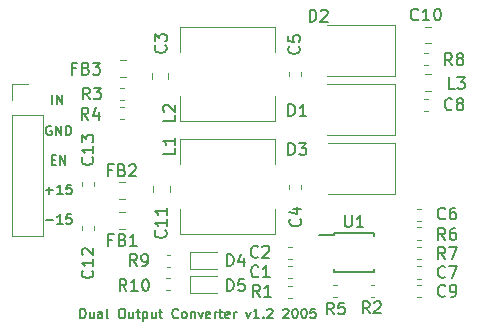
<source format=gto>
G04 #@! TF.GenerationSoftware,KiCad,Pcbnew,(5.1.2)-1*
G04 #@! TF.CreationDate,2020-05-04T21:43:22+09:00*
G04 #@! TF.ProjectId,dcdc,64636463-2e6b-4696-9361-645f70636258,v1.2*
G04 #@! TF.SameCoordinates,Original*
G04 #@! TF.FileFunction,Legend,Top*
G04 #@! TF.FilePolarity,Positive*
%FSLAX46Y46*%
G04 Gerber Fmt 4.6, Leading zero omitted, Abs format (unit mm)*
G04 Created by KiCad (PCBNEW (5.1.2)-1) date 2020-05-04 21:43:22*
%MOMM*%
%LPD*%
G04 APERTURE LIST*
%ADD10C,0.150000*%
%ADD11C,0.120000*%
%ADD12C,0.100000*%
%ADD13C,0.977000*%
%ADD14R,3.102000X1.502000*%
%ADD15C,3.302000*%
%ADD16C,1.077000*%
%ADD17R,1.552000X0.552000*%
%ADD18O,1.802000X1.802000*%
%ADD19R,1.802000X1.802000*%
%ADD20R,2.602000X2.402000*%
G04 APERTURE END LIST*
D10*
X121533333Y-80157142D02*
X122142857Y-80157142D01*
X122942857Y-80461904D02*
X122485714Y-80461904D01*
X122714285Y-80461904D02*
X122714285Y-79661904D01*
X122638095Y-79776190D01*
X122561904Y-79852380D01*
X122485714Y-79890476D01*
X123666666Y-79661904D02*
X123285714Y-79661904D01*
X123247619Y-80042857D01*
X123285714Y-80004761D01*
X123361904Y-79966666D01*
X123552380Y-79966666D01*
X123628571Y-80004761D01*
X123666666Y-80042857D01*
X123704761Y-80119047D01*
X123704761Y-80309523D01*
X123666666Y-80385714D01*
X123628571Y-80423809D01*
X123552380Y-80461904D01*
X123361904Y-80461904D01*
X123285714Y-80423809D01*
X123247619Y-80385714D01*
X121533333Y-77657142D02*
X122142857Y-77657142D01*
X121838095Y-77961904D02*
X121838095Y-77352380D01*
X122942857Y-77961904D02*
X122485714Y-77961904D01*
X122714285Y-77961904D02*
X122714285Y-77161904D01*
X122638095Y-77276190D01*
X122561904Y-77352380D01*
X122485714Y-77390476D01*
X123666666Y-77161904D02*
X123285714Y-77161904D01*
X123247619Y-77542857D01*
X123285714Y-77504761D01*
X123361904Y-77466666D01*
X123552380Y-77466666D01*
X123628571Y-77504761D01*
X123666666Y-77542857D01*
X123704761Y-77619047D01*
X123704761Y-77809523D01*
X123666666Y-77885714D01*
X123628571Y-77923809D01*
X123552380Y-77961904D01*
X123361904Y-77961904D01*
X123285714Y-77923809D01*
X123247619Y-77885714D01*
X122009523Y-75042857D02*
X122276190Y-75042857D01*
X122390476Y-75461904D02*
X122009523Y-75461904D01*
X122009523Y-74661904D01*
X122390476Y-74661904D01*
X122733333Y-75461904D02*
X122733333Y-74661904D01*
X123190476Y-75461904D01*
X123190476Y-74661904D01*
X121990476Y-72200000D02*
X121914285Y-72161904D01*
X121800000Y-72161904D01*
X121685714Y-72200000D01*
X121609523Y-72276190D01*
X121571428Y-72352380D01*
X121533333Y-72504761D01*
X121533333Y-72619047D01*
X121571428Y-72771428D01*
X121609523Y-72847619D01*
X121685714Y-72923809D01*
X121800000Y-72961904D01*
X121876190Y-72961904D01*
X121990476Y-72923809D01*
X122028571Y-72885714D01*
X122028571Y-72619047D01*
X121876190Y-72619047D01*
X122371428Y-72961904D02*
X122371428Y-72161904D01*
X122828571Y-72961904D01*
X122828571Y-72161904D01*
X123209523Y-72961904D02*
X123209523Y-72161904D01*
X123400000Y-72161904D01*
X123514285Y-72200000D01*
X123590476Y-72276190D01*
X123628571Y-72352380D01*
X123666666Y-72504761D01*
X123666666Y-72619047D01*
X123628571Y-72771428D01*
X123590476Y-72847619D01*
X123514285Y-72923809D01*
X123400000Y-72961904D01*
X123209523Y-72961904D01*
X122080952Y-70361904D02*
X122080952Y-69561904D01*
X122461904Y-70361904D02*
X122461904Y-69561904D01*
X122919047Y-70361904D01*
X122919047Y-69561904D01*
X124457142Y-88461904D02*
X124457142Y-87661904D01*
X124647619Y-87661904D01*
X124761904Y-87700000D01*
X124838095Y-87776190D01*
X124876190Y-87852380D01*
X124914285Y-88004761D01*
X124914285Y-88119047D01*
X124876190Y-88271428D01*
X124838095Y-88347619D01*
X124761904Y-88423809D01*
X124647619Y-88461904D01*
X124457142Y-88461904D01*
X125599999Y-87928571D02*
X125599999Y-88461904D01*
X125257142Y-87928571D02*
X125257142Y-88347619D01*
X125295238Y-88423809D01*
X125371428Y-88461904D01*
X125485714Y-88461904D01*
X125561904Y-88423809D01*
X125599999Y-88385714D01*
X126323809Y-88461904D02*
X126323809Y-88042857D01*
X126285714Y-87966666D01*
X126209523Y-87928571D01*
X126057142Y-87928571D01*
X125980952Y-87966666D01*
X126323809Y-88423809D02*
X126247619Y-88461904D01*
X126057142Y-88461904D01*
X125980952Y-88423809D01*
X125942857Y-88347619D01*
X125942857Y-88271428D01*
X125980952Y-88195238D01*
X126057142Y-88157142D01*
X126247619Y-88157142D01*
X126323809Y-88119047D01*
X126819047Y-88461904D02*
X126742857Y-88423809D01*
X126704761Y-88347619D01*
X126704761Y-87661904D01*
X127885714Y-87661904D02*
X128038095Y-87661904D01*
X128114285Y-87700000D01*
X128190476Y-87776190D01*
X128228571Y-87928571D01*
X128228571Y-88195238D01*
X128190476Y-88347619D01*
X128114285Y-88423809D01*
X128038095Y-88461904D01*
X127885714Y-88461904D01*
X127809523Y-88423809D01*
X127733333Y-88347619D01*
X127695238Y-88195238D01*
X127695238Y-87928571D01*
X127733333Y-87776190D01*
X127809523Y-87700000D01*
X127885714Y-87661904D01*
X128914285Y-87928571D02*
X128914285Y-88461904D01*
X128571428Y-87928571D02*
X128571428Y-88347619D01*
X128609523Y-88423809D01*
X128685714Y-88461904D01*
X128799999Y-88461904D01*
X128876190Y-88423809D01*
X128914285Y-88385714D01*
X129180952Y-87928571D02*
X129485714Y-87928571D01*
X129295238Y-87661904D02*
X129295238Y-88347619D01*
X129333333Y-88423809D01*
X129409523Y-88461904D01*
X129485714Y-88461904D01*
X129752380Y-87928571D02*
X129752380Y-88728571D01*
X129752380Y-87966666D02*
X129828571Y-87928571D01*
X129980952Y-87928571D01*
X130057142Y-87966666D01*
X130095238Y-88004761D01*
X130133333Y-88080952D01*
X130133333Y-88309523D01*
X130095238Y-88385714D01*
X130057142Y-88423809D01*
X129980952Y-88461904D01*
X129828571Y-88461904D01*
X129752380Y-88423809D01*
X130819047Y-87928571D02*
X130819047Y-88461904D01*
X130476190Y-87928571D02*
X130476190Y-88347619D01*
X130514285Y-88423809D01*
X130590476Y-88461904D01*
X130704761Y-88461904D01*
X130780952Y-88423809D01*
X130819047Y-88385714D01*
X131085714Y-87928571D02*
X131390476Y-87928571D01*
X131199999Y-87661904D02*
X131199999Y-88347619D01*
X131238095Y-88423809D01*
X131314285Y-88461904D01*
X131390476Y-88461904D01*
X132723809Y-88385714D02*
X132685714Y-88423809D01*
X132571428Y-88461904D01*
X132495238Y-88461904D01*
X132380952Y-88423809D01*
X132304761Y-88347619D01*
X132266666Y-88271428D01*
X132228571Y-88119047D01*
X132228571Y-88004761D01*
X132266666Y-87852380D01*
X132304761Y-87776190D01*
X132380952Y-87700000D01*
X132495238Y-87661904D01*
X132571428Y-87661904D01*
X132685714Y-87700000D01*
X132723809Y-87738095D01*
X133180952Y-88461904D02*
X133104761Y-88423809D01*
X133066666Y-88385714D01*
X133028571Y-88309523D01*
X133028571Y-88080952D01*
X133066666Y-88004761D01*
X133104761Y-87966666D01*
X133180952Y-87928571D01*
X133295238Y-87928571D01*
X133371428Y-87966666D01*
X133409523Y-88004761D01*
X133447619Y-88080952D01*
X133447619Y-88309523D01*
X133409523Y-88385714D01*
X133371428Y-88423809D01*
X133295238Y-88461904D01*
X133180952Y-88461904D01*
X133790476Y-87928571D02*
X133790476Y-88461904D01*
X133790476Y-88004761D02*
X133828571Y-87966666D01*
X133904761Y-87928571D01*
X134019047Y-87928571D01*
X134095238Y-87966666D01*
X134133333Y-88042857D01*
X134133333Y-88461904D01*
X134438095Y-87928571D02*
X134628571Y-88461904D01*
X134819047Y-87928571D01*
X135428571Y-88423809D02*
X135352380Y-88461904D01*
X135200000Y-88461904D01*
X135123809Y-88423809D01*
X135085714Y-88347619D01*
X135085714Y-88042857D01*
X135123809Y-87966666D01*
X135200000Y-87928571D01*
X135352380Y-87928571D01*
X135428571Y-87966666D01*
X135466666Y-88042857D01*
X135466666Y-88119047D01*
X135085714Y-88195238D01*
X135809523Y-88461904D02*
X135809523Y-87928571D01*
X135809523Y-88080952D02*
X135847619Y-88004761D01*
X135885714Y-87966666D01*
X135961904Y-87928571D01*
X136038095Y-87928571D01*
X136190476Y-87928571D02*
X136495238Y-87928571D01*
X136304761Y-87661904D02*
X136304761Y-88347619D01*
X136342857Y-88423809D01*
X136419047Y-88461904D01*
X136495238Y-88461904D01*
X137066666Y-88423809D02*
X136990476Y-88461904D01*
X136838095Y-88461904D01*
X136761904Y-88423809D01*
X136723809Y-88347619D01*
X136723809Y-88042857D01*
X136761904Y-87966666D01*
X136838095Y-87928571D01*
X136990476Y-87928571D01*
X137066666Y-87966666D01*
X137104761Y-88042857D01*
X137104761Y-88119047D01*
X136723809Y-88195238D01*
X137447619Y-88461904D02*
X137447619Y-87928571D01*
X137447619Y-88080952D02*
X137485714Y-88004761D01*
X137523809Y-87966666D01*
X137600000Y-87928571D01*
X137676190Y-87928571D01*
X138476190Y-87928571D02*
X138666666Y-88461904D01*
X138857142Y-87928571D01*
X139580952Y-88461904D02*
X139123809Y-88461904D01*
X139352380Y-88461904D02*
X139352380Y-87661904D01*
X139276190Y-87776190D01*
X139200000Y-87852380D01*
X139123809Y-87890476D01*
X139923809Y-88385714D02*
X139961904Y-88423809D01*
X139923809Y-88461904D01*
X139885714Y-88423809D01*
X139923809Y-88385714D01*
X139923809Y-88461904D01*
X140266666Y-87738095D02*
X140304761Y-87700000D01*
X140380952Y-87661904D01*
X140571428Y-87661904D01*
X140647619Y-87700000D01*
X140685714Y-87738095D01*
X140723809Y-87814285D01*
X140723809Y-87890476D01*
X140685714Y-88004761D01*
X140228571Y-88461904D01*
X140723809Y-88461904D01*
X141638095Y-87738095D02*
X141676190Y-87700000D01*
X141752380Y-87661904D01*
X141942857Y-87661904D01*
X142019047Y-87700000D01*
X142057142Y-87738095D01*
X142095238Y-87814285D01*
X142095238Y-87890476D01*
X142057142Y-88004761D01*
X141600000Y-88461904D01*
X142095238Y-88461904D01*
X142590476Y-87661904D02*
X142666666Y-87661904D01*
X142742857Y-87700000D01*
X142780952Y-87738095D01*
X142819047Y-87814285D01*
X142857142Y-87966666D01*
X142857142Y-88157142D01*
X142819047Y-88309523D01*
X142780952Y-88385714D01*
X142742857Y-88423809D01*
X142666666Y-88461904D01*
X142590476Y-88461904D01*
X142514285Y-88423809D01*
X142476190Y-88385714D01*
X142438095Y-88309523D01*
X142400000Y-88157142D01*
X142400000Y-87966666D01*
X142438095Y-87814285D01*
X142476190Y-87738095D01*
X142514285Y-87700000D01*
X142590476Y-87661904D01*
X143352380Y-87661904D02*
X143428571Y-87661904D01*
X143504761Y-87700000D01*
X143542857Y-87738095D01*
X143580952Y-87814285D01*
X143619047Y-87966666D01*
X143619047Y-88157142D01*
X143580952Y-88309523D01*
X143542857Y-88385714D01*
X143504761Y-88423809D01*
X143428571Y-88461904D01*
X143352380Y-88461904D01*
X143276190Y-88423809D01*
X143238095Y-88385714D01*
X143200000Y-88309523D01*
X143161904Y-88157142D01*
X143161904Y-87966666D01*
X143200000Y-87814285D01*
X143238095Y-87738095D01*
X143276190Y-87700000D01*
X143352380Y-87661904D01*
X144342857Y-87661904D02*
X143961904Y-87661904D01*
X143923809Y-88042857D01*
X143961904Y-88004761D01*
X144038095Y-87966666D01*
X144228571Y-87966666D01*
X144304761Y-88004761D01*
X144342857Y-88042857D01*
X144380952Y-88119047D01*
X144380952Y-88309523D01*
X144342857Y-88385714D01*
X144304761Y-88423809D01*
X144228571Y-88461904D01*
X144038095Y-88461904D01*
X143961904Y-88423809D01*
X143923809Y-88385714D01*
D11*
X149025221Y-86710000D02*
X149350779Y-86710000D01*
X149025221Y-85690000D02*
X149350779Y-85690000D01*
X125610000Y-77275279D02*
X125610000Y-76949721D01*
X124590000Y-77275279D02*
X124590000Y-76949721D01*
X124590000Y-80637221D02*
X124590000Y-80962779D01*
X125610000Y-80637221D02*
X125610000Y-80962779D01*
X153850779Y-65990000D02*
X153525221Y-65990000D01*
X153850779Y-67010000D02*
X153525221Y-67010000D01*
X128150779Y-68990000D02*
X127825221Y-68990000D01*
X128150779Y-70010000D02*
X127825221Y-70010000D01*
X140900000Y-69700000D02*
X140900000Y-71800000D01*
X140900000Y-71800000D02*
X132900000Y-71800000D01*
X132900000Y-71800000D02*
X132900000Y-69700000D01*
X132900000Y-65900000D02*
X132900000Y-63800000D01*
X132900000Y-63800000D02*
X140900000Y-63800000D01*
X140900000Y-63800000D02*
X140900000Y-65900000D01*
X140900000Y-79200000D02*
X140900000Y-81300000D01*
X140900000Y-81300000D02*
X132900000Y-81300000D01*
X132900000Y-81300000D02*
X132900000Y-79200000D01*
X132900000Y-75400000D02*
X132900000Y-73300000D01*
X132900000Y-73300000D02*
X140900000Y-73300000D01*
X140900000Y-73300000D02*
X140900000Y-75400000D01*
X153641422Y-69210000D02*
X154158578Y-69210000D01*
X153641422Y-67790000D02*
X154158578Y-67790000D01*
X132010000Y-77758578D02*
X132010000Y-77241422D01*
X130590000Y-77758578D02*
X130590000Y-77241422D01*
X154158578Y-63790000D02*
X153641422Y-63790000D01*
X154158578Y-65210000D02*
X153641422Y-65210000D01*
X152937221Y-86710000D02*
X153262779Y-86710000D01*
X152937221Y-85690000D02*
X153262779Y-85690000D01*
X153525221Y-70910000D02*
X153850779Y-70910000D01*
X153525221Y-69890000D02*
X153850779Y-69890000D01*
X152937221Y-85110000D02*
X153262779Y-85110000D01*
X152937221Y-84090000D02*
X153262779Y-84090000D01*
X142090000Y-67649721D02*
X142090000Y-67975279D01*
X143110000Y-67649721D02*
X143110000Y-67975279D01*
X142090000Y-77224721D02*
X142090000Y-77550279D01*
X143110000Y-77224721D02*
X143110000Y-77550279D01*
X130490000Y-67678922D02*
X130490000Y-68196078D01*
X131910000Y-67678922D02*
X131910000Y-68196078D01*
X152937221Y-80210000D02*
X153262779Y-80210000D01*
X152937221Y-79190000D02*
X153262779Y-79190000D01*
D10*
X145925000Y-81400000D02*
X144675000Y-81400000D01*
X145925000Y-84575000D02*
X149275000Y-84575000D01*
X145925000Y-81225000D02*
X149275000Y-81225000D01*
X145925000Y-84575000D02*
X145925000Y-84325000D01*
X149275000Y-84575000D02*
X149275000Y-84325000D01*
X149275000Y-81225000D02*
X149275000Y-81475000D01*
X145925000Y-81225000D02*
X145925000Y-81400000D01*
D11*
X131737221Y-86110000D02*
X132062779Y-86110000D01*
X131737221Y-85090000D02*
X132062779Y-85090000D01*
X131749221Y-84110000D02*
X132074779Y-84110000D01*
X131749221Y-83090000D02*
X132074779Y-83090000D01*
X153262779Y-82440000D02*
X152937221Y-82440000D01*
X153262779Y-83460000D02*
X152937221Y-83460000D01*
X152937221Y-81810000D02*
X153262779Y-81810000D01*
X152937221Y-80790000D02*
X153262779Y-80790000D01*
X146174779Y-85690000D02*
X145849221Y-85690000D01*
X146174779Y-86710000D02*
X145849221Y-86710000D01*
X127849221Y-71610000D02*
X128174779Y-71610000D01*
X127849221Y-70590000D02*
X128174779Y-70590000D01*
X142362779Y-85740000D02*
X142037221Y-85740000D01*
X142362779Y-86760000D02*
X142037221Y-86760000D01*
X118670000Y-68670000D02*
X120000000Y-68670000D01*
X118670000Y-70000000D02*
X118670000Y-68670000D01*
X118670000Y-71270000D02*
X121330000Y-71270000D01*
X121330000Y-71270000D02*
X121330000Y-81490000D01*
X118670000Y-71270000D02*
X118670000Y-81490000D01*
X118670000Y-81490000D02*
X121330000Y-81490000D01*
X128320578Y-66590000D02*
X127803422Y-66590000D01*
X128320578Y-68010000D02*
X127803422Y-68010000D01*
X127691422Y-78360000D02*
X128208578Y-78360000D01*
X127691422Y-76940000D02*
X128208578Y-76940000D01*
X127691422Y-80910000D02*
X128208578Y-80910000D01*
X127691422Y-79490000D02*
X128208578Y-79490000D01*
X133715000Y-86335000D02*
X136000000Y-86335000D01*
X133715000Y-84865000D02*
X133715000Y-86335000D01*
X136000000Y-84865000D02*
X133715000Y-84865000D01*
X133715000Y-84335000D02*
X136000000Y-84335000D01*
X133715000Y-82865000D02*
X133715000Y-84335000D01*
X136000000Y-82865000D02*
X133715000Y-82865000D01*
X151100000Y-77950000D02*
X145400000Y-77950000D01*
X151100000Y-73650000D02*
X145400000Y-73650000D01*
X151100000Y-77950000D02*
X151100000Y-73650000D01*
X151050000Y-67950000D02*
X145350000Y-67950000D01*
X151050000Y-63650000D02*
X145350000Y-63650000D01*
X151050000Y-67950000D02*
X151050000Y-63650000D01*
X151050000Y-72950000D02*
X145350000Y-72950000D01*
X151050000Y-68650000D02*
X145350000Y-68650000D01*
X151050000Y-72950000D02*
X151050000Y-68650000D01*
X142362779Y-82440000D02*
X142037221Y-82440000D01*
X142362779Y-83460000D02*
X142037221Y-83460000D01*
X142362779Y-84040000D02*
X142037221Y-84040000D01*
X142362779Y-85060000D02*
X142037221Y-85060000D01*
D10*
X148933833Y-88052380D02*
X148600500Y-87576190D01*
X148362404Y-88052380D02*
X148362404Y-87052380D01*
X148743357Y-87052380D01*
X148838595Y-87100000D01*
X148886214Y-87147619D01*
X148933833Y-87242857D01*
X148933833Y-87385714D01*
X148886214Y-87480952D01*
X148838595Y-87528571D01*
X148743357Y-87576190D01*
X148362404Y-87576190D01*
X149314785Y-87147619D02*
X149362404Y-87100000D01*
X149457642Y-87052380D01*
X149695738Y-87052380D01*
X149790976Y-87100000D01*
X149838595Y-87147619D01*
X149886214Y-87242857D01*
X149886214Y-87338095D01*
X149838595Y-87480952D01*
X149267166Y-88052380D01*
X149886214Y-88052380D01*
X125457142Y-74855357D02*
X125504761Y-74902976D01*
X125552380Y-75045833D01*
X125552380Y-75141071D01*
X125504761Y-75283928D01*
X125409523Y-75379166D01*
X125314285Y-75426785D01*
X125123809Y-75474404D01*
X124980952Y-75474404D01*
X124790476Y-75426785D01*
X124695238Y-75379166D01*
X124600000Y-75283928D01*
X124552380Y-75141071D01*
X124552380Y-75045833D01*
X124600000Y-74902976D01*
X124647619Y-74855357D01*
X125552380Y-73902976D02*
X125552380Y-74474404D01*
X125552380Y-74188690D02*
X124552380Y-74188690D01*
X124695238Y-74283928D01*
X124790476Y-74379166D01*
X124838095Y-74474404D01*
X124552380Y-73569642D02*
X124552380Y-72950595D01*
X124933333Y-73283928D01*
X124933333Y-73141071D01*
X124980952Y-73045833D01*
X125028571Y-72998214D01*
X125123809Y-72950595D01*
X125361904Y-72950595D01*
X125457142Y-72998214D01*
X125504761Y-73045833D01*
X125552380Y-73141071D01*
X125552380Y-73426785D01*
X125504761Y-73522023D01*
X125457142Y-73569642D01*
X125457142Y-84442857D02*
X125504761Y-84490476D01*
X125552380Y-84633333D01*
X125552380Y-84728571D01*
X125504761Y-84871428D01*
X125409523Y-84966666D01*
X125314285Y-85014285D01*
X125123809Y-85061904D01*
X124980952Y-85061904D01*
X124790476Y-85014285D01*
X124695238Y-84966666D01*
X124600000Y-84871428D01*
X124552380Y-84728571D01*
X124552380Y-84633333D01*
X124600000Y-84490476D01*
X124647619Y-84442857D01*
X125552380Y-83490476D02*
X125552380Y-84061904D01*
X125552380Y-83776190D02*
X124552380Y-83776190D01*
X124695238Y-83871428D01*
X124790476Y-83966666D01*
X124838095Y-84061904D01*
X124647619Y-83109523D02*
X124600000Y-83061904D01*
X124552380Y-82966666D01*
X124552380Y-82728571D01*
X124600000Y-82633333D01*
X124647619Y-82585714D01*
X124742857Y-82538095D01*
X124838095Y-82538095D01*
X124980952Y-82585714D01*
X125552380Y-83157142D01*
X125552380Y-82538095D01*
X155921333Y-67052380D02*
X155588000Y-66576190D01*
X155349904Y-67052380D02*
X155349904Y-66052380D01*
X155730857Y-66052380D01*
X155826095Y-66100000D01*
X155873714Y-66147619D01*
X155921333Y-66242857D01*
X155921333Y-66385714D01*
X155873714Y-66480952D01*
X155826095Y-66528571D01*
X155730857Y-66576190D01*
X155349904Y-66576190D01*
X156492761Y-66480952D02*
X156397523Y-66433333D01*
X156349904Y-66385714D01*
X156302285Y-66290476D01*
X156302285Y-66242857D01*
X156349904Y-66147619D01*
X156397523Y-66100000D01*
X156492761Y-66052380D01*
X156683238Y-66052380D01*
X156778476Y-66100000D01*
X156826095Y-66147619D01*
X156873714Y-66242857D01*
X156873714Y-66290476D01*
X156826095Y-66385714D01*
X156778476Y-66433333D01*
X156683238Y-66480952D01*
X156492761Y-66480952D01*
X156397523Y-66528571D01*
X156349904Y-66576190D01*
X156302285Y-66671428D01*
X156302285Y-66861904D01*
X156349904Y-66957142D01*
X156397523Y-67004761D01*
X156492761Y-67052380D01*
X156683238Y-67052380D01*
X156778476Y-67004761D01*
X156826095Y-66957142D01*
X156873714Y-66861904D01*
X156873714Y-66671428D01*
X156826095Y-66576190D01*
X156778476Y-66528571D01*
X156683238Y-66480952D01*
X125233833Y-69952380D02*
X124900500Y-69476190D01*
X124662404Y-69952380D02*
X124662404Y-68952380D01*
X125043357Y-68952380D01*
X125138595Y-69000000D01*
X125186214Y-69047619D01*
X125233833Y-69142857D01*
X125233833Y-69285714D01*
X125186214Y-69380952D01*
X125138595Y-69428571D01*
X125043357Y-69476190D01*
X124662404Y-69476190D01*
X125567166Y-68952380D02*
X126186214Y-68952380D01*
X125852880Y-69333333D01*
X125995738Y-69333333D01*
X126090976Y-69380952D01*
X126138595Y-69428571D01*
X126186214Y-69523809D01*
X126186214Y-69761904D01*
X126138595Y-69857142D01*
X126090976Y-69904761D01*
X125995738Y-69952380D01*
X125710023Y-69952380D01*
X125614785Y-69904761D01*
X125567166Y-69857142D01*
X132452380Y-71266666D02*
X132452380Y-71742857D01*
X131452380Y-71742857D01*
X131547619Y-70980952D02*
X131500000Y-70933333D01*
X131452380Y-70838095D01*
X131452380Y-70600000D01*
X131500000Y-70504761D01*
X131547619Y-70457142D01*
X131642857Y-70409523D01*
X131738095Y-70409523D01*
X131880952Y-70457142D01*
X132452380Y-71028571D01*
X132452380Y-70409523D01*
X132452380Y-74066666D02*
X132452380Y-74542857D01*
X131452380Y-74542857D01*
X132452380Y-73209523D02*
X132452380Y-73780952D01*
X132452380Y-73495238D02*
X131452380Y-73495238D01*
X131595238Y-73590476D01*
X131690476Y-73685714D01*
X131738095Y-73780952D01*
X156133333Y-69052380D02*
X155657142Y-69052380D01*
X155657142Y-68052380D01*
X156371428Y-68052380D02*
X156990476Y-68052380D01*
X156657142Y-68433333D01*
X156800000Y-68433333D01*
X156895238Y-68480952D01*
X156942857Y-68528571D01*
X156990476Y-68623809D01*
X156990476Y-68861904D01*
X156942857Y-68957142D01*
X156895238Y-69004761D01*
X156800000Y-69052380D01*
X156514285Y-69052380D01*
X156419047Y-69004761D01*
X156371428Y-68957142D01*
X131657142Y-81042857D02*
X131704761Y-81090476D01*
X131752380Y-81233333D01*
X131752380Y-81328571D01*
X131704761Y-81471428D01*
X131609523Y-81566666D01*
X131514285Y-81614285D01*
X131323809Y-81661904D01*
X131180952Y-81661904D01*
X130990476Y-81614285D01*
X130895238Y-81566666D01*
X130800000Y-81471428D01*
X130752380Y-81328571D01*
X130752380Y-81233333D01*
X130800000Y-81090476D01*
X130847619Y-81042857D01*
X131752380Y-80090476D02*
X131752380Y-80661904D01*
X131752380Y-80376190D02*
X130752380Y-80376190D01*
X130895238Y-80471428D01*
X130990476Y-80566666D01*
X131038095Y-80661904D01*
X131752380Y-79138095D02*
X131752380Y-79709523D01*
X131752380Y-79423809D02*
X130752380Y-79423809D01*
X130895238Y-79519047D01*
X130990476Y-79614285D01*
X131038095Y-79709523D01*
X153057142Y-63157142D02*
X153009523Y-63204761D01*
X152866666Y-63252380D01*
X152771428Y-63252380D01*
X152628571Y-63204761D01*
X152533333Y-63109523D01*
X152485714Y-63014285D01*
X152438095Y-62823809D01*
X152438095Y-62680952D01*
X152485714Y-62490476D01*
X152533333Y-62395238D01*
X152628571Y-62300000D01*
X152771428Y-62252380D01*
X152866666Y-62252380D01*
X153009523Y-62300000D01*
X153057142Y-62347619D01*
X154009523Y-63252380D02*
X153438095Y-63252380D01*
X153723809Y-63252380D02*
X153723809Y-62252380D01*
X153628571Y-62395238D01*
X153533333Y-62490476D01*
X153438095Y-62538095D01*
X154628571Y-62252380D02*
X154723809Y-62252380D01*
X154819047Y-62300000D01*
X154866666Y-62347619D01*
X154914285Y-62442857D01*
X154961904Y-62633333D01*
X154961904Y-62871428D01*
X154914285Y-63061904D01*
X154866666Y-63157142D01*
X154819047Y-63204761D01*
X154723809Y-63252380D01*
X154628571Y-63252380D01*
X154533333Y-63204761D01*
X154485714Y-63157142D01*
X154438095Y-63061904D01*
X154390476Y-62871428D01*
X154390476Y-62633333D01*
X154438095Y-62442857D01*
X154485714Y-62347619D01*
X154533333Y-62300000D01*
X154628571Y-62252380D01*
X155333333Y-86557142D02*
X155285714Y-86604761D01*
X155142857Y-86652380D01*
X155047619Y-86652380D01*
X154904761Y-86604761D01*
X154809523Y-86509523D01*
X154761904Y-86414285D01*
X154714285Y-86223809D01*
X154714285Y-86080952D01*
X154761904Y-85890476D01*
X154809523Y-85795238D01*
X154904761Y-85700000D01*
X155047619Y-85652380D01*
X155142857Y-85652380D01*
X155285714Y-85700000D01*
X155333333Y-85747619D01*
X155809523Y-86652380D02*
X156000000Y-86652380D01*
X156095238Y-86604761D01*
X156142857Y-86557142D01*
X156238095Y-86414285D01*
X156285714Y-86223809D01*
X156285714Y-85842857D01*
X156238095Y-85747619D01*
X156190476Y-85700000D01*
X156095238Y-85652380D01*
X155904761Y-85652380D01*
X155809523Y-85700000D01*
X155761904Y-85747619D01*
X155714285Y-85842857D01*
X155714285Y-86080952D01*
X155761904Y-86176190D01*
X155809523Y-86223809D01*
X155904761Y-86271428D01*
X156095238Y-86271428D01*
X156190476Y-86223809D01*
X156238095Y-86176190D01*
X156285714Y-86080952D01*
X155921333Y-70757142D02*
X155873714Y-70804761D01*
X155730857Y-70852380D01*
X155635619Y-70852380D01*
X155492761Y-70804761D01*
X155397523Y-70709523D01*
X155349904Y-70614285D01*
X155302285Y-70423809D01*
X155302285Y-70280952D01*
X155349904Y-70090476D01*
X155397523Y-69995238D01*
X155492761Y-69900000D01*
X155635619Y-69852380D01*
X155730857Y-69852380D01*
X155873714Y-69900000D01*
X155921333Y-69947619D01*
X156492761Y-70280952D02*
X156397523Y-70233333D01*
X156349904Y-70185714D01*
X156302285Y-70090476D01*
X156302285Y-70042857D01*
X156349904Y-69947619D01*
X156397523Y-69900000D01*
X156492761Y-69852380D01*
X156683238Y-69852380D01*
X156778476Y-69900000D01*
X156826095Y-69947619D01*
X156873714Y-70042857D01*
X156873714Y-70090476D01*
X156826095Y-70185714D01*
X156778476Y-70233333D01*
X156683238Y-70280952D01*
X156492761Y-70280952D01*
X156397523Y-70328571D01*
X156349904Y-70376190D01*
X156302285Y-70471428D01*
X156302285Y-70661904D01*
X156349904Y-70757142D01*
X156397523Y-70804761D01*
X156492761Y-70852380D01*
X156683238Y-70852380D01*
X156778476Y-70804761D01*
X156826095Y-70757142D01*
X156873714Y-70661904D01*
X156873714Y-70471428D01*
X156826095Y-70376190D01*
X156778476Y-70328571D01*
X156683238Y-70280952D01*
X155333333Y-84957142D02*
X155285714Y-85004761D01*
X155142857Y-85052380D01*
X155047619Y-85052380D01*
X154904761Y-85004761D01*
X154809523Y-84909523D01*
X154761904Y-84814285D01*
X154714285Y-84623809D01*
X154714285Y-84480952D01*
X154761904Y-84290476D01*
X154809523Y-84195238D01*
X154904761Y-84100000D01*
X155047619Y-84052380D01*
X155142857Y-84052380D01*
X155285714Y-84100000D01*
X155333333Y-84147619D01*
X155666666Y-84052380D02*
X156333333Y-84052380D01*
X155904761Y-85052380D01*
X142957142Y-65466666D02*
X143004761Y-65514285D01*
X143052380Y-65657142D01*
X143052380Y-65752380D01*
X143004761Y-65895238D01*
X142909523Y-65990476D01*
X142814285Y-66038095D01*
X142623809Y-66085714D01*
X142480952Y-66085714D01*
X142290476Y-66038095D01*
X142195238Y-65990476D01*
X142100000Y-65895238D01*
X142052380Y-65752380D01*
X142052380Y-65657142D01*
X142100000Y-65514285D01*
X142147619Y-65466666D01*
X142052380Y-64561904D02*
X142052380Y-65038095D01*
X142528571Y-65085714D01*
X142480952Y-65038095D01*
X142433333Y-64942857D01*
X142433333Y-64704761D01*
X142480952Y-64609523D01*
X142528571Y-64561904D01*
X142623809Y-64514285D01*
X142861904Y-64514285D01*
X142957142Y-64561904D01*
X143004761Y-64609523D01*
X143052380Y-64704761D01*
X143052380Y-64942857D01*
X143004761Y-65038095D01*
X142957142Y-65085714D01*
X143057142Y-80066666D02*
X143104761Y-80114285D01*
X143152380Y-80257142D01*
X143152380Y-80352380D01*
X143104761Y-80495238D01*
X143009523Y-80590476D01*
X142914285Y-80638095D01*
X142723809Y-80685714D01*
X142580952Y-80685714D01*
X142390476Y-80638095D01*
X142295238Y-80590476D01*
X142200000Y-80495238D01*
X142152380Y-80352380D01*
X142152380Y-80257142D01*
X142200000Y-80114285D01*
X142247619Y-80066666D01*
X142485714Y-79209523D02*
X143152380Y-79209523D01*
X142104761Y-79447619D02*
X142819047Y-79685714D01*
X142819047Y-79066666D01*
X131657142Y-65366666D02*
X131704761Y-65414285D01*
X131752380Y-65557142D01*
X131752380Y-65652380D01*
X131704761Y-65795238D01*
X131609523Y-65890476D01*
X131514285Y-65938095D01*
X131323809Y-65985714D01*
X131180952Y-65985714D01*
X130990476Y-65938095D01*
X130895238Y-65890476D01*
X130800000Y-65795238D01*
X130752380Y-65652380D01*
X130752380Y-65557142D01*
X130800000Y-65414285D01*
X130847619Y-65366666D01*
X130752380Y-65033333D02*
X130752380Y-64414285D01*
X131133333Y-64747619D01*
X131133333Y-64604761D01*
X131180952Y-64509523D01*
X131228571Y-64461904D01*
X131323809Y-64414285D01*
X131561904Y-64414285D01*
X131657142Y-64461904D01*
X131704761Y-64509523D01*
X131752380Y-64604761D01*
X131752380Y-64890476D01*
X131704761Y-64985714D01*
X131657142Y-65033333D01*
X155333333Y-80007142D02*
X155285714Y-80054761D01*
X155142857Y-80102380D01*
X155047619Y-80102380D01*
X154904761Y-80054761D01*
X154809523Y-79959523D01*
X154761904Y-79864285D01*
X154714285Y-79673809D01*
X154714285Y-79530952D01*
X154761904Y-79340476D01*
X154809523Y-79245238D01*
X154904761Y-79150000D01*
X155047619Y-79102380D01*
X155142857Y-79102380D01*
X155285714Y-79150000D01*
X155333333Y-79197619D01*
X156190476Y-79102380D02*
X156000000Y-79102380D01*
X155904761Y-79150000D01*
X155857142Y-79197619D01*
X155761904Y-79340476D01*
X155714285Y-79530952D01*
X155714285Y-79911904D01*
X155761904Y-80007142D01*
X155809523Y-80054761D01*
X155904761Y-80102380D01*
X156095238Y-80102380D01*
X156190476Y-80054761D01*
X156238095Y-80007142D01*
X156285714Y-79911904D01*
X156285714Y-79673809D01*
X156238095Y-79578571D01*
X156190476Y-79530952D01*
X156095238Y-79483333D01*
X155904761Y-79483333D01*
X155809523Y-79530952D01*
X155761904Y-79578571D01*
X155714285Y-79673809D01*
X146838095Y-79752380D02*
X146838095Y-80561904D01*
X146885714Y-80657142D01*
X146933333Y-80704761D01*
X147028571Y-80752380D01*
X147219047Y-80752380D01*
X147314285Y-80704761D01*
X147361904Y-80657142D01*
X147409523Y-80561904D01*
X147409523Y-79752380D01*
X148409523Y-80752380D02*
X147838095Y-80752380D01*
X148123809Y-80752380D02*
X148123809Y-79752380D01*
X148028571Y-79895238D01*
X147933333Y-79990476D01*
X147838095Y-80038095D01*
X128357142Y-86152380D02*
X128023809Y-85676190D01*
X127785714Y-86152380D02*
X127785714Y-85152380D01*
X128166666Y-85152380D01*
X128261904Y-85200000D01*
X128309523Y-85247619D01*
X128357142Y-85342857D01*
X128357142Y-85485714D01*
X128309523Y-85580952D01*
X128261904Y-85628571D01*
X128166666Y-85676190D01*
X127785714Y-85676190D01*
X129309523Y-86152380D02*
X128738095Y-86152380D01*
X129023809Y-86152380D02*
X129023809Y-85152380D01*
X128928571Y-85295238D01*
X128833333Y-85390476D01*
X128738095Y-85438095D01*
X129928571Y-85152380D02*
X130023809Y-85152380D01*
X130119047Y-85200000D01*
X130166666Y-85247619D01*
X130214285Y-85342857D01*
X130261904Y-85533333D01*
X130261904Y-85771428D01*
X130214285Y-85961904D01*
X130166666Y-86057142D01*
X130119047Y-86104761D01*
X130023809Y-86152380D01*
X129928571Y-86152380D01*
X129833333Y-86104761D01*
X129785714Y-86057142D01*
X129738095Y-85961904D01*
X129690476Y-85771428D01*
X129690476Y-85533333D01*
X129738095Y-85342857D01*
X129785714Y-85247619D01*
X129833333Y-85200000D01*
X129928571Y-85152380D01*
X129233333Y-84052380D02*
X128900000Y-83576190D01*
X128661904Y-84052380D02*
X128661904Y-83052380D01*
X129042857Y-83052380D01*
X129138095Y-83100000D01*
X129185714Y-83147619D01*
X129233333Y-83242857D01*
X129233333Y-83385714D01*
X129185714Y-83480952D01*
X129138095Y-83528571D01*
X129042857Y-83576190D01*
X128661904Y-83576190D01*
X129709523Y-84052380D02*
X129900000Y-84052380D01*
X129995238Y-84004761D01*
X130042857Y-83957142D01*
X130138095Y-83814285D01*
X130185714Y-83623809D01*
X130185714Y-83242857D01*
X130138095Y-83147619D01*
X130090476Y-83100000D01*
X129995238Y-83052380D01*
X129804761Y-83052380D01*
X129709523Y-83100000D01*
X129661904Y-83147619D01*
X129614285Y-83242857D01*
X129614285Y-83480952D01*
X129661904Y-83576190D01*
X129709523Y-83623809D01*
X129804761Y-83671428D01*
X129995238Y-83671428D01*
X130090476Y-83623809D01*
X130138095Y-83576190D01*
X130185714Y-83480952D01*
X155333333Y-83452380D02*
X155000000Y-82976190D01*
X154761904Y-83452380D02*
X154761904Y-82452380D01*
X155142857Y-82452380D01*
X155238095Y-82500000D01*
X155285714Y-82547619D01*
X155333333Y-82642857D01*
X155333333Y-82785714D01*
X155285714Y-82880952D01*
X155238095Y-82928571D01*
X155142857Y-82976190D01*
X154761904Y-82976190D01*
X155666666Y-82452380D02*
X156333333Y-82452380D01*
X155904761Y-83452380D01*
X155333333Y-81852380D02*
X155000000Y-81376190D01*
X154761904Y-81852380D02*
X154761904Y-80852380D01*
X155142857Y-80852380D01*
X155238095Y-80900000D01*
X155285714Y-80947619D01*
X155333333Y-81042857D01*
X155333333Y-81185714D01*
X155285714Y-81280952D01*
X155238095Y-81328571D01*
X155142857Y-81376190D01*
X154761904Y-81376190D01*
X156190476Y-80852380D02*
X156000000Y-80852380D01*
X155904761Y-80900000D01*
X155857142Y-80947619D01*
X155761904Y-81090476D01*
X155714285Y-81280952D01*
X155714285Y-81661904D01*
X155761904Y-81757142D01*
X155809523Y-81804761D01*
X155904761Y-81852380D01*
X156095238Y-81852380D01*
X156190476Y-81804761D01*
X156238095Y-81757142D01*
X156285714Y-81661904D01*
X156285714Y-81423809D01*
X156238095Y-81328571D01*
X156190476Y-81280952D01*
X156095238Y-81233333D01*
X155904761Y-81233333D01*
X155809523Y-81280952D01*
X155761904Y-81328571D01*
X155714285Y-81423809D01*
X145895333Y-88152380D02*
X145562000Y-87676190D01*
X145323904Y-88152380D02*
X145323904Y-87152380D01*
X145704857Y-87152380D01*
X145800095Y-87200000D01*
X145847714Y-87247619D01*
X145895333Y-87342857D01*
X145895333Y-87485714D01*
X145847714Y-87580952D01*
X145800095Y-87628571D01*
X145704857Y-87676190D01*
X145323904Y-87676190D01*
X146800095Y-87152380D02*
X146323904Y-87152380D01*
X146276285Y-87628571D01*
X146323904Y-87580952D01*
X146419142Y-87533333D01*
X146657238Y-87533333D01*
X146752476Y-87580952D01*
X146800095Y-87628571D01*
X146847714Y-87723809D01*
X146847714Y-87961904D01*
X146800095Y-88057142D01*
X146752476Y-88104761D01*
X146657238Y-88152380D01*
X146419142Y-88152380D01*
X146323904Y-88104761D01*
X146276285Y-88057142D01*
X125132833Y-71652380D02*
X124799500Y-71176190D01*
X124561404Y-71652380D02*
X124561404Y-70652380D01*
X124942357Y-70652380D01*
X125037595Y-70700000D01*
X125085214Y-70747619D01*
X125132833Y-70842857D01*
X125132833Y-70985714D01*
X125085214Y-71080952D01*
X125037595Y-71128571D01*
X124942357Y-71176190D01*
X124561404Y-71176190D01*
X125989976Y-70985714D02*
X125989976Y-71652380D01*
X125751880Y-70604761D02*
X125513785Y-71319047D01*
X126132833Y-71319047D01*
X139633333Y-86652380D02*
X139300000Y-86176190D01*
X139061904Y-86652380D02*
X139061904Y-85652380D01*
X139442857Y-85652380D01*
X139538095Y-85700000D01*
X139585714Y-85747619D01*
X139633333Y-85842857D01*
X139633333Y-85985714D01*
X139585714Y-86080952D01*
X139538095Y-86128571D01*
X139442857Y-86176190D01*
X139061904Y-86176190D01*
X140585714Y-86652380D02*
X140014285Y-86652380D01*
X140300000Y-86652380D02*
X140300000Y-85652380D01*
X140204761Y-85795238D01*
X140109523Y-85890476D01*
X140014285Y-85938095D01*
X124066666Y-67328571D02*
X123733333Y-67328571D01*
X123733333Y-67852380D02*
X123733333Y-66852380D01*
X124209523Y-66852380D01*
X124923809Y-67328571D02*
X125066666Y-67376190D01*
X125114285Y-67423809D01*
X125161904Y-67519047D01*
X125161904Y-67661904D01*
X125114285Y-67757142D01*
X125066666Y-67804761D01*
X124971428Y-67852380D01*
X124590476Y-67852380D01*
X124590476Y-66852380D01*
X124923809Y-66852380D01*
X125019047Y-66900000D01*
X125066666Y-66947619D01*
X125114285Y-67042857D01*
X125114285Y-67138095D01*
X125066666Y-67233333D01*
X125019047Y-67280952D01*
X124923809Y-67328571D01*
X124590476Y-67328571D01*
X125495238Y-66852380D02*
X126114285Y-66852380D01*
X125780952Y-67233333D01*
X125923809Y-67233333D01*
X126019047Y-67280952D01*
X126066666Y-67328571D01*
X126114285Y-67423809D01*
X126114285Y-67661904D01*
X126066666Y-67757142D01*
X126019047Y-67804761D01*
X125923809Y-67852380D01*
X125638095Y-67852380D01*
X125542857Y-67804761D01*
X125495238Y-67757142D01*
X127116666Y-75928571D02*
X126783333Y-75928571D01*
X126783333Y-76452380D02*
X126783333Y-75452380D01*
X127259523Y-75452380D01*
X127973809Y-75928571D02*
X128116666Y-75976190D01*
X128164285Y-76023809D01*
X128211904Y-76119047D01*
X128211904Y-76261904D01*
X128164285Y-76357142D01*
X128116666Y-76404761D01*
X128021428Y-76452380D01*
X127640476Y-76452380D01*
X127640476Y-75452380D01*
X127973809Y-75452380D01*
X128069047Y-75500000D01*
X128116666Y-75547619D01*
X128164285Y-75642857D01*
X128164285Y-75738095D01*
X128116666Y-75833333D01*
X128069047Y-75880952D01*
X127973809Y-75928571D01*
X127640476Y-75928571D01*
X128592857Y-75547619D02*
X128640476Y-75500000D01*
X128735714Y-75452380D01*
X128973809Y-75452380D01*
X129069047Y-75500000D01*
X129116666Y-75547619D01*
X129164285Y-75642857D01*
X129164285Y-75738095D01*
X129116666Y-75880952D01*
X128545238Y-76452380D01*
X129164285Y-76452380D01*
X127166666Y-81828571D02*
X126833333Y-81828571D01*
X126833333Y-82352380D02*
X126833333Y-81352380D01*
X127309523Y-81352380D01*
X128023809Y-81828571D02*
X128166666Y-81876190D01*
X128214285Y-81923809D01*
X128261904Y-82019047D01*
X128261904Y-82161904D01*
X128214285Y-82257142D01*
X128166666Y-82304761D01*
X128071428Y-82352380D01*
X127690476Y-82352380D01*
X127690476Y-81352380D01*
X128023809Y-81352380D01*
X128119047Y-81400000D01*
X128166666Y-81447619D01*
X128214285Y-81542857D01*
X128214285Y-81638095D01*
X128166666Y-81733333D01*
X128119047Y-81780952D01*
X128023809Y-81828571D01*
X127690476Y-81828571D01*
X129214285Y-82352380D02*
X128642857Y-82352380D01*
X128928571Y-82352380D02*
X128928571Y-81352380D01*
X128833333Y-81495238D01*
X128738095Y-81590476D01*
X128642857Y-81638095D01*
X136861904Y-86152380D02*
X136861904Y-85152380D01*
X137100000Y-85152380D01*
X137242857Y-85200000D01*
X137338095Y-85295238D01*
X137385714Y-85390476D01*
X137433333Y-85580952D01*
X137433333Y-85723809D01*
X137385714Y-85914285D01*
X137338095Y-86009523D01*
X137242857Y-86104761D01*
X137100000Y-86152380D01*
X136861904Y-86152380D01*
X138338095Y-85152380D02*
X137861904Y-85152380D01*
X137814285Y-85628571D01*
X137861904Y-85580952D01*
X137957142Y-85533333D01*
X138195238Y-85533333D01*
X138290476Y-85580952D01*
X138338095Y-85628571D01*
X138385714Y-85723809D01*
X138385714Y-85961904D01*
X138338095Y-86057142D01*
X138290476Y-86104761D01*
X138195238Y-86152380D01*
X137957142Y-86152380D01*
X137861904Y-86104761D01*
X137814285Y-86057142D01*
X136861904Y-84052380D02*
X136861904Y-83052380D01*
X137100000Y-83052380D01*
X137242857Y-83100000D01*
X137338095Y-83195238D01*
X137385714Y-83290476D01*
X137433333Y-83480952D01*
X137433333Y-83623809D01*
X137385714Y-83814285D01*
X137338095Y-83909523D01*
X137242857Y-84004761D01*
X137100000Y-84052380D01*
X136861904Y-84052380D01*
X138290476Y-83385714D02*
X138290476Y-84052380D01*
X138052380Y-83004761D02*
X137814285Y-83719047D01*
X138433333Y-83719047D01*
X142061904Y-74652380D02*
X142061904Y-73652380D01*
X142300000Y-73652380D01*
X142442857Y-73700000D01*
X142538095Y-73795238D01*
X142585714Y-73890476D01*
X142633333Y-74080952D01*
X142633333Y-74223809D01*
X142585714Y-74414285D01*
X142538095Y-74509523D01*
X142442857Y-74604761D01*
X142300000Y-74652380D01*
X142061904Y-74652380D01*
X142966666Y-73652380D02*
X143585714Y-73652380D01*
X143252380Y-74033333D01*
X143395238Y-74033333D01*
X143490476Y-74080952D01*
X143538095Y-74128571D01*
X143585714Y-74223809D01*
X143585714Y-74461904D01*
X143538095Y-74557142D01*
X143490476Y-74604761D01*
X143395238Y-74652380D01*
X143109523Y-74652380D01*
X143014285Y-74604761D01*
X142966666Y-74557142D01*
X143861904Y-63352380D02*
X143861904Y-62352380D01*
X144100000Y-62352380D01*
X144242857Y-62400000D01*
X144338095Y-62495238D01*
X144385714Y-62590476D01*
X144433333Y-62780952D01*
X144433333Y-62923809D01*
X144385714Y-63114285D01*
X144338095Y-63209523D01*
X144242857Y-63304761D01*
X144100000Y-63352380D01*
X143861904Y-63352380D01*
X144814285Y-62447619D02*
X144861904Y-62400000D01*
X144957142Y-62352380D01*
X145195238Y-62352380D01*
X145290476Y-62400000D01*
X145338095Y-62447619D01*
X145385714Y-62542857D01*
X145385714Y-62638095D01*
X145338095Y-62780952D01*
X144766666Y-63352380D01*
X145385714Y-63352380D01*
X142061904Y-71352380D02*
X142061904Y-70352380D01*
X142300000Y-70352380D01*
X142442857Y-70400000D01*
X142538095Y-70495238D01*
X142585714Y-70590476D01*
X142633333Y-70780952D01*
X142633333Y-70923809D01*
X142585714Y-71114285D01*
X142538095Y-71209523D01*
X142442857Y-71304761D01*
X142300000Y-71352380D01*
X142061904Y-71352380D01*
X143585714Y-71352380D02*
X143014285Y-71352380D01*
X143300000Y-71352380D02*
X143300000Y-70352380D01*
X143204761Y-70495238D01*
X143109523Y-70590476D01*
X143014285Y-70638095D01*
X139483333Y-83257142D02*
X139435714Y-83304761D01*
X139292857Y-83352380D01*
X139197619Y-83352380D01*
X139054761Y-83304761D01*
X138959523Y-83209523D01*
X138911904Y-83114285D01*
X138864285Y-82923809D01*
X138864285Y-82780952D01*
X138911904Y-82590476D01*
X138959523Y-82495238D01*
X139054761Y-82400000D01*
X139197619Y-82352380D01*
X139292857Y-82352380D01*
X139435714Y-82400000D01*
X139483333Y-82447619D01*
X139864285Y-82447619D02*
X139911904Y-82400000D01*
X140007142Y-82352380D01*
X140245238Y-82352380D01*
X140340476Y-82400000D01*
X140388095Y-82447619D01*
X140435714Y-82542857D01*
X140435714Y-82638095D01*
X140388095Y-82780952D01*
X139816666Y-83352380D01*
X140435714Y-83352380D01*
X139533333Y-84907142D02*
X139485714Y-84954761D01*
X139342857Y-85002380D01*
X139247619Y-85002380D01*
X139104761Y-84954761D01*
X139009523Y-84859523D01*
X138961904Y-84764285D01*
X138914285Y-84573809D01*
X138914285Y-84430952D01*
X138961904Y-84240476D01*
X139009523Y-84145238D01*
X139104761Y-84050000D01*
X139247619Y-84002380D01*
X139342857Y-84002380D01*
X139485714Y-84050000D01*
X139533333Y-84097619D01*
X140485714Y-85002380D02*
X139914285Y-85002380D01*
X140200000Y-85002380D02*
X140200000Y-84002380D01*
X140104761Y-84145238D01*
X140009523Y-84240476D01*
X139914285Y-84288095D01*
%LPC*%
D12*
G36*
X150243691Y-85675176D02*
G01*
X150267401Y-85678693D01*
X150290652Y-85684517D01*
X150313220Y-85692592D01*
X150334889Y-85702841D01*
X150355448Y-85715164D01*
X150374701Y-85729442D01*
X150392461Y-85745539D01*
X150408558Y-85763299D01*
X150422836Y-85782552D01*
X150435159Y-85803111D01*
X150445408Y-85824780D01*
X150453483Y-85847348D01*
X150459307Y-85870599D01*
X150462824Y-85894309D01*
X150464000Y-85918250D01*
X150464000Y-86481750D01*
X150462824Y-86505691D01*
X150459307Y-86529401D01*
X150453483Y-86552652D01*
X150445408Y-86575220D01*
X150435159Y-86596889D01*
X150422836Y-86617448D01*
X150408558Y-86636701D01*
X150392461Y-86654461D01*
X150374701Y-86670558D01*
X150355448Y-86684836D01*
X150334889Y-86697159D01*
X150313220Y-86707408D01*
X150290652Y-86715483D01*
X150267401Y-86721307D01*
X150243691Y-86724824D01*
X150219750Y-86726000D01*
X149731250Y-86726000D01*
X149707309Y-86724824D01*
X149683599Y-86721307D01*
X149660348Y-86715483D01*
X149637780Y-86707408D01*
X149616111Y-86697159D01*
X149595552Y-86684836D01*
X149576299Y-86670558D01*
X149558539Y-86654461D01*
X149542442Y-86636701D01*
X149528164Y-86617448D01*
X149515841Y-86596889D01*
X149505592Y-86575220D01*
X149497517Y-86552652D01*
X149491693Y-86529401D01*
X149488176Y-86505691D01*
X149487000Y-86481750D01*
X149487000Y-85918250D01*
X149488176Y-85894309D01*
X149491693Y-85870599D01*
X149497517Y-85847348D01*
X149505592Y-85824780D01*
X149515841Y-85803111D01*
X149528164Y-85782552D01*
X149542442Y-85763299D01*
X149558539Y-85745539D01*
X149576299Y-85729442D01*
X149595552Y-85715164D01*
X149616111Y-85702841D01*
X149637780Y-85692592D01*
X149660348Y-85684517D01*
X149683599Y-85678693D01*
X149707309Y-85675176D01*
X149731250Y-85674000D01*
X150219750Y-85674000D01*
X150243691Y-85675176D01*
X150243691Y-85675176D01*
G37*
D13*
X149975500Y-86200000D03*
D12*
G36*
X148668691Y-85675176D02*
G01*
X148692401Y-85678693D01*
X148715652Y-85684517D01*
X148738220Y-85692592D01*
X148759889Y-85702841D01*
X148780448Y-85715164D01*
X148799701Y-85729442D01*
X148817461Y-85745539D01*
X148833558Y-85763299D01*
X148847836Y-85782552D01*
X148860159Y-85803111D01*
X148870408Y-85824780D01*
X148878483Y-85847348D01*
X148884307Y-85870599D01*
X148887824Y-85894309D01*
X148889000Y-85918250D01*
X148889000Y-86481750D01*
X148887824Y-86505691D01*
X148884307Y-86529401D01*
X148878483Y-86552652D01*
X148870408Y-86575220D01*
X148860159Y-86596889D01*
X148847836Y-86617448D01*
X148833558Y-86636701D01*
X148817461Y-86654461D01*
X148799701Y-86670558D01*
X148780448Y-86684836D01*
X148759889Y-86697159D01*
X148738220Y-86707408D01*
X148715652Y-86715483D01*
X148692401Y-86721307D01*
X148668691Y-86724824D01*
X148644750Y-86726000D01*
X148156250Y-86726000D01*
X148132309Y-86724824D01*
X148108599Y-86721307D01*
X148085348Y-86715483D01*
X148062780Y-86707408D01*
X148041111Y-86697159D01*
X148020552Y-86684836D01*
X148001299Y-86670558D01*
X147983539Y-86654461D01*
X147967442Y-86636701D01*
X147953164Y-86617448D01*
X147940841Y-86596889D01*
X147930592Y-86575220D01*
X147922517Y-86552652D01*
X147916693Y-86529401D01*
X147913176Y-86505691D01*
X147912000Y-86481750D01*
X147912000Y-85918250D01*
X147913176Y-85894309D01*
X147916693Y-85870599D01*
X147922517Y-85847348D01*
X147930592Y-85824780D01*
X147940841Y-85803111D01*
X147953164Y-85782552D01*
X147967442Y-85763299D01*
X147983539Y-85745539D01*
X148001299Y-85729442D01*
X148020552Y-85715164D01*
X148041111Y-85702841D01*
X148062780Y-85692592D01*
X148085348Y-85684517D01*
X148108599Y-85678693D01*
X148132309Y-85675176D01*
X148156250Y-85674000D01*
X148644750Y-85674000D01*
X148668691Y-85675176D01*
X148668691Y-85675176D01*
G37*
D13*
X148400500Y-86200000D03*
D12*
G36*
X125405691Y-75837676D02*
G01*
X125429401Y-75841193D01*
X125452652Y-75847017D01*
X125475220Y-75855092D01*
X125496889Y-75865341D01*
X125517448Y-75877664D01*
X125536701Y-75891942D01*
X125554461Y-75908039D01*
X125570558Y-75925799D01*
X125584836Y-75945052D01*
X125597159Y-75965611D01*
X125607408Y-75987280D01*
X125615483Y-76009848D01*
X125621307Y-76033099D01*
X125624824Y-76056809D01*
X125626000Y-76080750D01*
X125626000Y-76569250D01*
X125624824Y-76593191D01*
X125621307Y-76616901D01*
X125615483Y-76640152D01*
X125607408Y-76662720D01*
X125597159Y-76684389D01*
X125584836Y-76704948D01*
X125570558Y-76724201D01*
X125554461Y-76741961D01*
X125536701Y-76758058D01*
X125517448Y-76772336D01*
X125496889Y-76784659D01*
X125475220Y-76794908D01*
X125452652Y-76802983D01*
X125429401Y-76808807D01*
X125405691Y-76812324D01*
X125381750Y-76813500D01*
X124818250Y-76813500D01*
X124794309Y-76812324D01*
X124770599Y-76808807D01*
X124747348Y-76802983D01*
X124724780Y-76794908D01*
X124703111Y-76784659D01*
X124682552Y-76772336D01*
X124663299Y-76758058D01*
X124645539Y-76741961D01*
X124629442Y-76724201D01*
X124615164Y-76704948D01*
X124602841Y-76684389D01*
X124592592Y-76662720D01*
X124584517Y-76640152D01*
X124578693Y-76616901D01*
X124575176Y-76593191D01*
X124574000Y-76569250D01*
X124574000Y-76080750D01*
X124575176Y-76056809D01*
X124578693Y-76033099D01*
X124584517Y-76009848D01*
X124592592Y-75987280D01*
X124602841Y-75965611D01*
X124615164Y-75945052D01*
X124629442Y-75925799D01*
X124645539Y-75908039D01*
X124663299Y-75891942D01*
X124682552Y-75877664D01*
X124703111Y-75865341D01*
X124724780Y-75855092D01*
X124747348Y-75847017D01*
X124770599Y-75841193D01*
X124794309Y-75837676D01*
X124818250Y-75836500D01*
X125381750Y-75836500D01*
X125405691Y-75837676D01*
X125405691Y-75837676D01*
G37*
D13*
X125100000Y-76325000D03*
D12*
G36*
X125405691Y-77412676D02*
G01*
X125429401Y-77416193D01*
X125452652Y-77422017D01*
X125475220Y-77430092D01*
X125496889Y-77440341D01*
X125517448Y-77452664D01*
X125536701Y-77466942D01*
X125554461Y-77483039D01*
X125570558Y-77500799D01*
X125584836Y-77520052D01*
X125597159Y-77540611D01*
X125607408Y-77562280D01*
X125615483Y-77584848D01*
X125621307Y-77608099D01*
X125624824Y-77631809D01*
X125626000Y-77655750D01*
X125626000Y-78144250D01*
X125624824Y-78168191D01*
X125621307Y-78191901D01*
X125615483Y-78215152D01*
X125607408Y-78237720D01*
X125597159Y-78259389D01*
X125584836Y-78279948D01*
X125570558Y-78299201D01*
X125554461Y-78316961D01*
X125536701Y-78333058D01*
X125517448Y-78347336D01*
X125496889Y-78359659D01*
X125475220Y-78369908D01*
X125452652Y-78377983D01*
X125429401Y-78383807D01*
X125405691Y-78387324D01*
X125381750Y-78388500D01*
X124818250Y-78388500D01*
X124794309Y-78387324D01*
X124770599Y-78383807D01*
X124747348Y-78377983D01*
X124724780Y-78369908D01*
X124703111Y-78359659D01*
X124682552Y-78347336D01*
X124663299Y-78333058D01*
X124645539Y-78316961D01*
X124629442Y-78299201D01*
X124615164Y-78279948D01*
X124602841Y-78259389D01*
X124592592Y-78237720D01*
X124584517Y-78215152D01*
X124578693Y-78191901D01*
X124575176Y-78168191D01*
X124574000Y-78144250D01*
X124574000Y-77655750D01*
X124575176Y-77631809D01*
X124578693Y-77608099D01*
X124584517Y-77584848D01*
X124592592Y-77562280D01*
X124602841Y-77540611D01*
X124615164Y-77520052D01*
X124629442Y-77500799D01*
X124645539Y-77483039D01*
X124663299Y-77466942D01*
X124682552Y-77452664D01*
X124703111Y-77440341D01*
X124724780Y-77430092D01*
X124747348Y-77422017D01*
X124770599Y-77416193D01*
X124794309Y-77412676D01*
X124818250Y-77411500D01*
X125381750Y-77411500D01*
X125405691Y-77412676D01*
X125405691Y-77412676D01*
G37*
D13*
X125100000Y-77900000D03*
D12*
G36*
X125405691Y-81100176D02*
G01*
X125429401Y-81103693D01*
X125452652Y-81109517D01*
X125475220Y-81117592D01*
X125496889Y-81127841D01*
X125517448Y-81140164D01*
X125536701Y-81154442D01*
X125554461Y-81170539D01*
X125570558Y-81188299D01*
X125584836Y-81207552D01*
X125597159Y-81228111D01*
X125607408Y-81249780D01*
X125615483Y-81272348D01*
X125621307Y-81295599D01*
X125624824Y-81319309D01*
X125626000Y-81343250D01*
X125626000Y-81831750D01*
X125624824Y-81855691D01*
X125621307Y-81879401D01*
X125615483Y-81902652D01*
X125607408Y-81925220D01*
X125597159Y-81946889D01*
X125584836Y-81967448D01*
X125570558Y-81986701D01*
X125554461Y-82004461D01*
X125536701Y-82020558D01*
X125517448Y-82034836D01*
X125496889Y-82047159D01*
X125475220Y-82057408D01*
X125452652Y-82065483D01*
X125429401Y-82071307D01*
X125405691Y-82074824D01*
X125381750Y-82076000D01*
X124818250Y-82076000D01*
X124794309Y-82074824D01*
X124770599Y-82071307D01*
X124747348Y-82065483D01*
X124724780Y-82057408D01*
X124703111Y-82047159D01*
X124682552Y-82034836D01*
X124663299Y-82020558D01*
X124645539Y-82004461D01*
X124629442Y-81986701D01*
X124615164Y-81967448D01*
X124602841Y-81946889D01*
X124592592Y-81925220D01*
X124584517Y-81902652D01*
X124578693Y-81879401D01*
X124575176Y-81855691D01*
X124574000Y-81831750D01*
X124574000Y-81343250D01*
X124575176Y-81319309D01*
X124578693Y-81295599D01*
X124584517Y-81272348D01*
X124592592Y-81249780D01*
X124602841Y-81228111D01*
X124615164Y-81207552D01*
X124629442Y-81188299D01*
X124645539Y-81170539D01*
X124663299Y-81154442D01*
X124682552Y-81140164D01*
X124703111Y-81127841D01*
X124724780Y-81117592D01*
X124747348Y-81109517D01*
X124770599Y-81103693D01*
X124794309Y-81100176D01*
X124818250Y-81099000D01*
X125381750Y-81099000D01*
X125405691Y-81100176D01*
X125405691Y-81100176D01*
G37*
D13*
X125100000Y-81587500D03*
D12*
G36*
X125405691Y-79525176D02*
G01*
X125429401Y-79528693D01*
X125452652Y-79534517D01*
X125475220Y-79542592D01*
X125496889Y-79552841D01*
X125517448Y-79565164D01*
X125536701Y-79579442D01*
X125554461Y-79595539D01*
X125570558Y-79613299D01*
X125584836Y-79632552D01*
X125597159Y-79653111D01*
X125607408Y-79674780D01*
X125615483Y-79697348D01*
X125621307Y-79720599D01*
X125624824Y-79744309D01*
X125626000Y-79768250D01*
X125626000Y-80256750D01*
X125624824Y-80280691D01*
X125621307Y-80304401D01*
X125615483Y-80327652D01*
X125607408Y-80350220D01*
X125597159Y-80371889D01*
X125584836Y-80392448D01*
X125570558Y-80411701D01*
X125554461Y-80429461D01*
X125536701Y-80445558D01*
X125517448Y-80459836D01*
X125496889Y-80472159D01*
X125475220Y-80482408D01*
X125452652Y-80490483D01*
X125429401Y-80496307D01*
X125405691Y-80499824D01*
X125381750Y-80501000D01*
X124818250Y-80501000D01*
X124794309Y-80499824D01*
X124770599Y-80496307D01*
X124747348Y-80490483D01*
X124724780Y-80482408D01*
X124703111Y-80472159D01*
X124682552Y-80459836D01*
X124663299Y-80445558D01*
X124645539Y-80429461D01*
X124629442Y-80411701D01*
X124615164Y-80392448D01*
X124602841Y-80371889D01*
X124592592Y-80350220D01*
X124584517Y-80327652D01*
X124578693Y-80304401D01*
X124575176Y-80280691D01*
X124574000Y-80256750D01*
X124574000Y-79768250D01*
X124575176Y-79744309D01*
X124578693Y-79720599D01*
X124584517Y-79697348D01*
X124592592Y-79674780D01*
X124602841Y-79653111D01*
X124615164Y-79632552D01*
X124629442Y-79613299D01*
X124645539Y-79595539D01*
X124663299Y-79579442D01*
X124682552Y-79565164D01*
X124703111Y-79552841D01*
X124724780Y-79542592D01*
X124747348Y-79534517D01*
X124770599Y-79528693D01*
X124794309Y-79525176D01*
X124818250Y-79524000D01*
X125381750Y-79524000D01*
X125405691Y-79525176D01*
X125405691Y-79525176D01*
G37*
D13*
X125100000Y-80012500D03*
D12*
G36*
X153168691Y-65975176D02*
G01*
X153192401Y-65978693D01*
X153215652Y-65984517D01*
X153238220Y-65992592D01*
X153259889Y-66002841D01*
X153280448Y-66015164D01*
X153299701Y-66029442D01*
X153317461Y-66045539D01*
X153333558Y-66063299D01*
X153347836Y-66082552D01*
X153360159Y-66103111D01*
X153370408Y-66124780D01*
X153378483Y-66147348D01*
X153384307Y-66170599D01*
X153387824Y-66194309D01*
X153389000Y-66218250D01*
X153389000Y-66781750D01*
X153387824Y-66805691D01*
X153384307Y-66829401D01*
X153378483Y-66852652D01*
X153370408Y-66875220D01*
X153360159Y-66896889D01*
X153347836Y-66917448D01*
X153333558Y-66936701D01*
X153317461Y-66954461D01*
X153299701Y-66970558D01*
X153280448Y-66984836D01*
X153259889Y-66997159D01*
X153238220Y-67007408D01*
X153215652Y-67015483D01*
X153192401Y-67021307D01*
X153168691Y-67024824D01*
X153144750Y-67026000D01*
X152656250Y-67026000D01*
X152632309Y-67024824D01*
X152608599Y-67021307D01*
X152585348Y-67015483D01*
X152562780Y-67007408D01*
X152541111Y-66997159D01*
X152520552Y-66984836D01*
X152501299Y-66970558D01*
X152483539Y-66954461D01*
X152467442Y-66936701D01*
X152453164Y-66917448D01*
X152440841Y-66896889D01*
X152430592Y-66875220D01*
X152422517Y-66852652D01*
X152416693Y-66829401D01*
X152413176Y-66805691D01*
X152412000Y-66781750D01*
X152412000Y-66218250D01*
X152413176Y-66194309D01*
X152416693Y-66170599D01*
X152422517Y-66147348D01*
X152430592Y-66124780D01*
X152440841Y-66103111D01*
X152453164Y-66082552D01*
X152467442Y-66063299D01*
X152483539Y-66045539D01*
X152501299Y-66029442D01*
X152520552Y-66015164D01*
X152541111Y-66002841D01*
X152562780Y-65992592D01*
X152585348Y-65984517D01*
X152608599Y-65978693D01*
X152632309Y-65975176D01*
X152656250Y-65974000D01*
X153144750Y-65974000D01*
X153168691Y-65975176D01*
X153168691Y-65975176D01*
G37*
D13*
X152900500Y-66500000D03*
D12*
G36*
X154743691Y-65975176D02*
G01*
X154767401Y-65978693D01*
X154790652Y-65984517D01*
X154813220Y-65992592D01*
X154834889Y-66002841D01*
X154855448Y-66015164D01*
X154874701Y-66029442D01*
X154892461Y-66045539D01*
X154908558Y-66063299D01*
X154922836Y-66082552D01*
X154935159Y-66103111D01*
X154945408Y-66124780D01*
X154953483Y-66147348D01*
X154959307Y-66170599D01*
X154962824Y-66194309D01*
X154964000Y-66218250D01*
X154964000Y-66781750D01*
X154962824Y-66805691D01*
X154959307Y-66829401D01*
X154953483Y-66852652D01*
X154945408Y-66875220D01*
X154935159Y-66896889D01*
X154922836Y-66917448D01*
X154908558Y-66936701D01*
X154892461Y-66954461D01*
X154874701Y-66970558D01*
X154855448Y-66984836D01*
X154834889Y-66997159D01*
X154813220Y-67007408D01*
X154790652Y-67015483D01*
X154767401Y-67021307D01*
X154743691Y-67024824D01*
X154719750Y-67026000D01*
X154231250Y-67026000D01*
X154207309Y-67024824D01*
X154183599Y-67021307D01*
X154160348Y-67015483D01*
X154137780Y-67007408D01*
X154116111Y-66997159D01*
X154095552Y-66984836D01*
X154076299Y-66970558D01*
X154058539Y-66954461D01*
X154042442Y-66936701D01*
X154028164Y-66917448D01*
X154015841Y-66896889D01*
X154005592Y-66875220D01*
X153997517Y-66852652D01*
X153991693Y-66829401D01*
X153988176Y-66805691D01*
X153987000Y-66781750D01*
X153987000Y-66218250D01*
X153988176Y-66194309D01*
X153991693Y-66170599D01*
X153997517Y-66147348D01*
X154005592Y-66124780D01*
X154015841Y-66103111D01*
X154028164Y-66082552D01*
X154042442Y-66063299D01*
X154058539Y-66045539D01*
X154076299Y-66029442D01*
X154095552Y-66015164D01*
X154116111Y-66002841D01*
X154137780Y-65992592D01*
X154160348Y-65984517D01*
X154183599Y-65978693D01*
X154207309Y-65975176D01*
X154231250Y-65974000D01*
X154719750Y-65974000D01*
X154743691Y-65975176D01*
X154743691Y-65975176D01*
G37*
D13*
X154475500Y-66500000D03*
D12*
G36*
X127468691Y-68975176D02*
G01*
X127492401Y-68978693D01*
X127515652Y-68984517D01*
X127538220Y-68992592D01*
X127559889Y-69002841D01*
X127580448Y-69015164D01*
X127599701Y-69029442D01*
X127617461Y-69045539D01*
X127633558Y-69063299D01*
X127647836Y-69082552D01*
X127660159Y-69103111D01*
X127670408Y-69124780D01*
X127678483Y-69147348D01*
X127684307Y-69170599D01*
X127687824Y-69194309D01*
X127689000Y-69218250D01*
X127689000Y-69781750D01*
X127687824Y-69805691D01*
X127684307Y-69829401D01*
X127678483Y-69852652D01*
X127670408Y-69875220D01*
X127660159Y-69896889D01*
X127647836Y-69917448D01*
X127633558Y-69936701D01*
X127617461Y-69954461D01*
X127599701Y-69970558D01*
X127580448Y-69984836D01*
X127559889Y-69997159D01*
X127538220Y-70007408D01*
X127515652Y-70015483D01*
X127492401Y-70021307D01*
X127468691Y-70024824D01*
X127444750Y-70026000D01*
X126956250Y-70026000D01*
X126932309Y-70024824D01*
X126908599Y-70021307D01*
X126885348Y-70015483D01*
X126862780Y-70007408D01*
X126841111Y-69997159D01*
X126820552Y-69984836D01*
X126801299Y-69970558D01*
X126783539Y-69954461D01*
X126767442Y-69936701D01*
X126753164Y-69917448D01*
X126740841Y-69896889D01*
X126730592Y-69875220D01*
X126722517Y-69852652D01*
X126716693Y-69829401D01*
X126713176Y-69805691D01*
X126712000Y-69781750D01*
X126712000Y-69218250D01*
X126713176Y-69194309D01*
X126716693Y-69170599D01*
X126722517Y-69147348D01*
X126730592Y-69124780D01*
X126740841Y-69103111D01*
X126753164Y-69082552D01*
X126767442Y-69063299D01*
X126783539Y-69045539D01*
X126801299Y-69029442D01*
X126820552Y-69015164D01*
X126841111Y-69002841D01*
X126862780Y-68992592D01*
X126885348Y-68984517D01*
X126908599Y-68978693D01*
X126932309Y-68975176D01*
X126956250Y-68974000D01*
X127444750Y-68974000D01*
X127468691Y-68975176D01*
X127468691Y-68975176D01*
G37*
D13*
X127200500Y-69500000D03*
D12*
G36*
X129043691Y-68975176D02*
G01*
X129067401Y-68978693D01*
X129090652Y-68984517D01*
X129113220Y-68992592D01*
X129134889Y-69002841D01*
X129155448Y-69015164D01*
X129174701Y-69029442D01*
X129192461Y-69045539D01*
X129208558Y-69063299D01*
X129222836Y-69082552D01*
X129235159Y-69103111D01*
X129245408Y-69124780D01*
X129253483Y-69147348D01*
X129259307Y-69170599D01*
X129262824Y-69194309D01*
X129264000Y-69218250D01*
X129264000Y-69781750D01*
X129262824Y-69805691D01*
X129259307Y-69829401D01*
X129253483Y-69852652D01*
X129245408Y-69875220D01*
X129235159Y-69896889D01*
X129222836Y-69917448D01*
X129208558Y-69936701D01*
X129192461Y-69954461D01*
X129174701Y-69970558D01*
X129155448Y-69984836D01*
X129134889Y-69997159D01*
X129113220Y-70007408D01*
X129090652Y-70015483D01*
X129067401Y-70021307D01*
X129043691Y-70024824D01*
X129019750Y-70026000D01*
X128531250Y-70026000D01*
X128507309Y-70024824D01*
X128483599Y-70021307D01*
X128460348Y-70015483D01*
X128437780Y-70007408D01*
X128416111Y-69997159D01*
X128395552Y-69984836D01*
X128376299Y-69970558D01*
X128358539Y-69954461D01*
X128342442Y-69936701D01*
X128328164Y-69917448D01*
X128315841Y-69896889D01*
X128305592Y-69875220D01*
X128297517Y-69852652D01*
X128291693Y-69829401D01*
X128288176Y-69805691D01*
X128287000Y-69781750D01*
X128287000Y-69218250D01*
X128288176Y-69194309D01*
X128291693Y-69170599D01*
X128297517Y-69147348D01*
X128305592Y-69124780D01*
X128315841Y-69103111D01*
X128328164Y-69082552D01*
X128342442Y-69063299D01*
X128358539Y-69045539D01*
X128376299Y-69029442D01*
X128395552Y-69015164D01*
X128416111Y-69002841D01*
X128437780Y-68992592D01*
X128460348Y-68984517D01*
X128483599Y-68978693D01*
X128507309Y-68975176D01*
X128531250Y-68974000D01*
X129019750Y-68974000D01*
X129043691Y-68975176D01*
X129043691Y-68975176D01*
G37*
D13*
X128775500Y-69500000D03*
D14*
X134250000Y-68800000D03*
X134250000Y-66800000D03*
X139550000Y-68800000D03*
X139550000Y-66800000D03*
X134250000Y-78300000D03*
X134250000Y-76300000D03*
X139550000Y-78300000D03*
X139550000Y-76300000D03*
D15*
X121000000Y-64000000D03*
X121000000Y-86000000D03*
D12*
G36*
X155133141Y-67750297D02*
G01*
X155159278Y-67754174D01*
X155184909Y-67760594D01*
X155209788Y-67769495D01*
X155233674Y-67780793D01*
X155256337Y-67794377D01*
X155277560Y-67810117D01*
X155297139Y-67827861D01*
X155314883Y-67847440D01*
X155330623Y-67868663D01*
X155344207Y-67891326D01*
X155355505Y-67915212D01*
X155364406Y-67940091D01*
X155370826Y-67965722D01*
X155374703Y-67991859D01*
X155376000Y-68018250D01*
X155376000Y-68981750D01*
X155374703Y-69008141D01*
X155370826Y-69034278D01*
X155364406Y-69059909D01*
X155355505Y-69084788D01*
X155344207Y-69108674D01*
X155330623Y-69131337D01*
X155314883Y-69152560D01*
X155297139Y-69172139D01*
X155277560Y-69189883D01*
X155256337Y-69205623D01*
X155233674Y-69219207D01*
X155209788Y-69230505D01*
X155184909Y-69239406D01*
X155159278Y-69245826D01*
X155133141Y-69249703D01*
X155106750Y-69251000D01*
X154568250Y-69251000D01*
X154541859Y-69249703D01*
X154515722Y-69245826D01*
X154490091Y-69239406D01*
X154465212Y-69230505D01*
X154441326Y-69219207D01*
X154418663Y-69205623D01*
X154397440Y-69189883D01*
X154377861Y-69172139D01*
X154360117Y-69152560D01*
X154344377Y-69131337D01*
X154330793Y-69108674D01*
X154319495Y-69084788D01*
X154310594Y-69059909D01*
X154304174Y-69034278D01*
X154300297Y-69008141D01*
X154299000Y-68981750D01*
X154299000Y-68018250D01*
X154300297Y-67991859D01*
X154304174Y-67965722D01*
X154310594Y-67940091D01*
X154319495Y-67915212D01*
X154330793Y-67891326D01*
X154344377Y-67868663D01*
X154360117Y-67847440D01*
X154377861Y-67827861D01*
X154397440Y-67810117D01*
X154418663Y-67794377D01*
X154441326Y-67780793D01*
X154465212Y-67769495D01*
X154490091Y-67760594D01*
X154515722Y-67754174D01*
X154541859Y-67750297D01*
X154568250Y-67749000D01*
X155106750Y-67749000D01*
X155133141Y-67750297D01*
X155133141Y-67750297D01*
G37*
D16*
X154837500Y-68500000D03*
D12*
G36*
X153258141Y-67750297D02*
G01*
X153284278Y-67754174D01*
X153309909Y-67760594D01*
X153334788Y-67769495D01*
X153358674Y-67780793D01*
X153381337Y-67794377D01*
X153402560Y-67810117D01*
X153422139Y-67827861D01*
X153439883Y-67847440D01*
X153455623Y-67868663D01*
X153469207Y-67891326D01*
X153480505Y-67915212D01*
X153489406Y-67940091D01*
X153495826Y-67965722D01*
X153499703Y-67991859D01*
X153501000Y-68018250D01*
X153501000Y-68981750D01*
X153499703Y-69008141D01*
X153495826Y-69034278D01*
X153489406Y-69059909D01*
X153480505Y-69084788D01*
X153469207Y-69108674D01*
X153455623Y-69131337D01*
X153439883Y-69152560D01*
X153422139Y-69172139D01*
X153402560Y-69189883D01*
X153381337Y-69205623D01*
X153358674Y-69219207D01*
X153334788Y-69230505D01*
X153309909Y-69239406D01*
X153284278Y-69245826D01*
X153258141Y-69249703D01*
X153231750Y-69251000D01*
X152693250Y-69251000D01*
X152666859Y-69249703D01*
X152640722Y-69245826D01*
X152615091Y-69239406D01*
X152590212Y-69230505D01*
X152566326Y-69219207D01*
X152543663Y-69205623D01*
X152522440Y-69189883D01*
X152502861Y-69172139D01*
X152485117Y-69152560D01*
X152469377Y-69131337D01*
X152455793Y-69108674D01*
X152444495Y-69084788D01*
X152435594Y-69059909D01*
X152429174Y-69034278D01*
X152425297Y-69008141D01*
X152424000Y-68981750D01*
X152424000Y-68018250D01*
X152425297Y-67991859D01*
X152429174Y-67965722D01*
X152435594Y-67940091D01*
X152444495Y-67915212D01*
X152455793Y-67891326D01*
X152469377Y-67868663D01*
X152485117Y-67847440D01*
X152502861Y-67827861D01*
X152522440Y-67810117D01*
X152543663Y-67794377D01*
X152566326Y-67780793D01*
X152590212Y-67769495D01*
X152615091Y-67760594D01*
X152640722Y-67754174D01*
X152666859Y-67750297D01*
X152693250Y-67749000D01*
X153231750Y-67749000D01*
X153258141Y-67750297D01*
X153258141Y-67750297D01*
G37*
D16*
X152962500Y-68500000D03*
D12*
G36*
X131808141Y-76025297D02*
G01*
X131834278Y-76029174D01*
X131859909Y-76035594D01*
X131884788Y-76044495D01*
X131908674Y-76055793D01*
X131931337Y-76069377D01*
X131952560Y-76085117D01*
X131972139Y-76102861D01*
X131989883Y-76122440D01*
X132005623Y-76143663D01*
X132019207Y-76166326D01*
X132030505Y-76190212D01*
X132039406Y-76215091D01*
X132045826Y-76240722D01*
X132049703Y-76266859D01*
X132051000Y-76293250D01*
X132051000Y-76831750D01*
X132049703Y-76858141D01*
X132045826Y-76884278D01*
X132039406Y-76909909D01*
X132030505Y-76934788D01*
X132019207Y-76958674D01*
X132005623Y-76981337D01*
X131989883Y-77002560D01*
X131972139Y-77022139D01*
X131952560Y-77039883D01*
X131931337Y-77055623D01*
X131908674Y-77069207D01*
X131884788Y-77080505D01*
X131859909Y-77089406D01*
X131834278Y-77095826D01*
X131808141Y-77099703D01*
X131781750Y-77101000D01*
X130818250Y-77101000D01*
X130791859Y-77099703D01*
X130765722Y-77095826D01*
X130740091Y-77089406D01*
X130715212Y-77080505D01*
X130691326Y-77069207D01*
X130668663Y-77055623D01*
X130647440Y-77039883D01*
X130627861Y-77022139D01*
X130610117Y-77002560D01*
X130594377Y-76981337D01*
X130580793Y-76958674D01*
X130569495Y-76934788D01*
X130560594Y-76909909D01*
X130554174Y-76884278D01*
X130550297Y-76858141D01*
X130549000Y-76831750D01*
X130549000Y-76293250D01*
X130550297Y-76266859D01*
X130554174Y-76240722D01*
X130560594Y-76215091D01*
X130569495Y-76190212D01*
X130580793Y-76166326D01*
X130594377Y-76143663D01*
X130610117Y-76122440D01*
X130627861Y-76102861D01*
X130647440Y-76085117D01*
X130668663Y-76069377D01*
X130691326Y-76055793D01*
X130715212Y-76044495D01*
X130740091Y-76035594D01*
X130765722Y-76029174D01*
X130791859Y-76025297D01*
X130818250Y-76024000D01*
X131781750Y-76024000D01*
X131808141Y-76025297D01*
X131808141Y-76025297D01*
G37*
D16*
X131300000Y-76562500D03*
D12*
G36*
X131808141Y-77900297D02*
G01*
X131834278Y-77904174D01*
X131859909Y-77910594D01*
X131884788Y-77919495D01*
X131908674Y-77930793D01*
X131931337Y-77944377D01*
X131952560Y-77960117D01*
X131972139Y-77977861D01*
X131989883Y-77997440D01*
X132005623Y-78018663D01*
X132019207Y-78041326D01*
X132030505Y-78065212D01*
X132039406Y-78090091D01*
X132045826Y-78115722D01*
X132049703Y-78141859D01*
X132051000Y-78168250D01*
X132051000Y-78706750D01*
X132049703Y-78733141D01*
X132045826Y-78759278D01*
X132039406Y-78784909D01*
X132030505Y-78809788D01*
X132019207Y-78833674D01*
X132005623Y-78856337D01*
X131989883Y-78877560D01*
X131972139Y-78897139D01*
X131952560Y-78914883D01*
X131931337Y-78930623D01*
X131908674Y-78944207D01*
X131884788Y-78955505D01*
X131859909Y-78964406D01*
X131834278Y-78970826D01*
X131808141Y-78974703D01*
X131781750Y-78976000D01*
X130818250Y-78976000D01*
X130791859Y-78974703D01*
X130765722Y-78970826D01*
X130740091Y-78964406D01*
X130715212Y-78955505D01*
X130691326Y-78944207D01*
X130668663Y-78930623D01*
X130647440Y-78914883D01*
X130627861Y-78897139D01*
X130610117Y-78877560D01*
X130594377Y-78856337D01*
X130580793Y-78833674D01*
X130569495Y-78809788D01*
X130560594Y-78784909D01*
X130554174Y-78759278D01*
X130550297Y-78733141D01*
X130549000Y-78706750D01*
X130549000Y-78168250D01*
X130550297Y-78141859D01*
X130554174Y-78115722D01*
X130560594Y-78090091D01*
X130569495Y-78065212D01*
X130580793Y-78041326D01*
X130594377Y-78018663D01*
X130610117Y-77997440D01*
X130627861Y-77977861D01*
X130647440Y-77960117D01*
X130668663Y-77944377D01*
X130691326Y-77930793D01*
X130715212Y-77919495D01*
X130740091Y-77910594D01*
X130765722Y-77904174D01*
X130791859Y-77900297D01*
X130818250Y-77899000D01*
X131781750Y-77899000D01*
X131808141Y-77900297D01*
X131808141Y-77900297D01*
G37*
D16*
X131300000Y-78437500D03*
D12*
G36*
X153258141Y-63750297D02*
G01*
X153284278Y-63754174D01*
X153309909Y-63760594D01*
X153334788Y-63769495D01*
X153358674Y-63780793D01*
X153381337Y-63794377D01*
X153402560Y-63810117D01*
X153422139Y-63827861D01*
X153439883Y-63847440D01*
X153455623Y-63868663D01*
X153469207Y-63891326D01*
X153480505Y-63915212D01*
X153489406Y-63940091D01*
X153495826Y-63965722D01*
X153499703Y-63991859D01*
X153501000Y-64018250D01*
X153501000Y-64981750D01*
X153499703Y-65008141D01*
X153495826Y-65034278D01*
X153489406Y-65059909D01*
X153480505Y-65084788D01*
X153469207Y-65108674D01*
X153455623Y-65131337D01*
X153439883Y-65152560D01*
X153422139Y-65172139D01*
X153402560Y-65189883D01*
X153381337Y-65205623D01*
X153358674Y-65219207D01*
X153334788Y-65230505D01*
X153309909Y-65239406D01*
X153284278Y-65245826D01*
X153258141Y-65249703D01*
X153231750Y-65251000D01*
X152693250Y-65251000D01*
X152666859Y-65249703D01*
X152640722Y-65245826D01*
X152615091Y-65239406D01*
X152590212Y-65230505D01*
X152566326Y-65219207D01*
X152543663Y-65205623D01*
X152522440Y-65189883D01*
X152502861Y-65172139D01*
X152485117Y-65152560D01*
X152469377Y-65131337D01*
X152455793Y-65108674D01*
X152444495Y-65084788D01*
X152435594Y-65059909D01*
X152429174Y-65034278D01*
X152425297Y-65008141D01*
X152424000Y-64981750D01*
X152424000Y-64018250D01*
X152425297Y-63991859D01*
X152429174Y-63965722D01*
X152435594Y-63940091D01*
X152444495Y-63915212D01*
X152455793Y-63891326D01*
X152469377Y-63868663D01*
X152485117Y-63847440D01*
X152502861Y-63827861D01*
X152522440Y-63810117D01*
X152543663Y-63794377D01*
X152566326Y-63780793D01*
X152590212Y-63769495D01*
X152615091Y-63760594D01*
X152640722Y-63754174D01*
X152666859Y-63750297D01*
X152693250Y-63749000D01*
X153231750Y-63749000D01*
X153258141Y-63750297D01*
X153258141Y-63750297D01*
G37*
D16*
X152962500Y-64500000D03*
D12*
G36*
X155133141Y-63750297D02*
G01*
X155159278Y-63754174D01*
X155184909Y-63760594D01*
X155209788Y-63769495D01*
X155233674Y-63780793D01*
X155256337Y-63794377D01*
X155277560Y-63810117D01*
X155297139Y-63827861D01*
X155314883Y-63847440D01*
X155330623Y-63868663D01*
X155344207Y-63891326D01*
X155355505Y-63915212D01*
X155364406Y-63940091D01*
X155370826Y-63965722D01*
X155374703Y-63991859D01*
X155376000Y-64018250D01*
X155376000Y-64981750D01*
X155374703Y-65008141D01*
X155370826Y-65034278D01*
X155364406Y-65059909D01*
X155355505Y-65084788D01*
X155344207Y-65108674D01*
X155330623Y-65131337D01*
X155314883Y-65152560D01*
X155297139Y-65172139D01*
X155277560Y-65189883D01*
X155256337Y-65205623D01*
X155233674Y-65219207D01*
X155209788Y-65230505D01*
X155184909Y-65239406D01*
X155159278Y-65245826D01*
X155133141Y-65249703D01*
X155106750Y-65251000D01*
X154568250Y-65251000D01*
X154541859Y-65249703D01*
X154515722Y-65245826D01*
X154490091Y-65239406D01*
X154465212Y-65230505D01*
X154441326Y-65219207D01*
X154418663Y-65205623D01*
X154397440Y-65189883D01*
X154377861Y-65172139D01*
X154360117Y-65152560D01*
X154344377Y-65131337D01*
X154330793Y-65108674D01*
X154319495Y-65084788D01*
X154310594Y-65059909D01*
X154304174Y-65034278D01*
X154300297Y-65008141D01*
X154299000Y-64981750D01*
X154299000Y-64018250D01*
X154300297Y-63991859D01*
X154304174Y-63965722D01*
X154310594Y-63940091D01*
X154319495Y-63915212D01*
X154330793Y-63891326D01*
X154344377Y-63868663D01*
X154360117Y-63847440D01*
X154377861Y-63827861D01*
X154397440Y-63810117D01*
X154418663Y-63794377D01*
X154441326Y-63780793D01*
X154465212Y-63769495D01*
X154490091Y-63760594D01*
X154515722Y-63754174D01*
X154541859Y-63750297D01*
X154568250Y-63749000D01*
X155106750Y-63749000D01*
X155133141Y-63750297D01*
X155133141Y-63750297D01*
G37*
D16*
X154837500Y-64500000D03*
D12*
G36*
X154155691Y-85675176D02*
G01*
X154179401Y-85678693D01*
X154202652Y-85684517D01*
X154225220Y-85692592D01*
X154246889Y-85702841D01*
X154267448Y-85715164D01*
X154286701Y-85729442D01*
X154304461Y-85745539D01*
X154320558Y-85763299D01*
X154334836Y-85782552D01*
X154347159Y-85803111D01*
X154357408Y-85824780D01*
X154365483Y-85847348D01*
X154371307Y-85870599D01*
X154374824Y-85894309D01*
X154376000Y-85918250D01*
X154376000Y-86481750D01*
X154374824Y-86505691D01*
X154371307Y-86529401D01*
X154365483Y-86552652D01*
X154357408Y-86575220D01*
X154347159Y-86596889D01*
X154334836Y-86617448D01*
X154320558Y-86636701D01*
X154304461Y-86654461D01*
X154286701Y-86670558D01*
X154267448Y-86684836D01*
X154246889Y-86697159D01*
X154225220Y-86707408D01*
X154202652Y-86715483D01*
X154179401Y-86721307D01*
X154155691Y-86724824D01*
X154131750Y-86726000D01*
X153643250Y-86726000D01*
X153619309Y-86724824D01*
X153595599Y-86721307D01*
X153572348Y-86715483D01*
X153549780Y-86707408D01*
X153528111Y-86697159D01*
X153507552Y-86684836D01*
X153488299Y-86670558D01*
X153470539Y-86654461D01*
X153454442Y-86636701D01*
X153440164Y-86617448D01*
X153427841Y-86596889D01*
X153417592Y-86575220D01*
X153409517Y-86552652D01*
X153403693Y-86529401D01*
X153400176Y-86505691D01*
X153399000Y-86481750D01*
X153399000Y-85918250D01*
X153400176Y-85894309D01*
X153403693Y-85870599D01*
X153409517Y-85847348D01*
X153417592Y-85824780D01*
X153427841Y-85803111D01*
X153440164Y-85782552D01*
X153454442Y-85763299D01*
X153470539Y-85745539D01*
X153488299Y-85729442D01*
X153507552Y-85715164D01*
X153528111Y-85702841D01*
X153549780Y-85692592D01*
X153572348Y-85684517D01*
X153595599Y-85678693D01*
X153619309Y-85675176D01*
X153643250Y-85674000D01*
X154131750Y-85674000D01*
X154155691Y-85675176D01*
X154155691Y-85675176D01*
G37*
D13*
X153887500Y-86200000D03*
D12*
G36*
X152580691Y-85675176D02*
G01*
X152604401Y-85678693D01*
X152627652Y-85684517D01*
X152650220Y-85692592D01*
X152671889Y-85702841D01*
X152692448Y-85715164D01*
X152711701Y-85729442D01*
X152729461Y-85745539D01*
X152745558Y-85763299D01*
X152759836Y-85782552D01*
X152772159Y-85803111D01*
X152782408Y-85824780D01*
X152790483Y-85847348D01*
X152796307Y-85870599D01*
X152799824Y-85894309D01*
X152801000Y-85918250D01*
X152801000Y-86481750D01*
X152799824Y-86505691D01*
X152796307Y-86529401D01*
X152790483Y-86552652D01*
X152782408Y-86575220D01*
X152772159Y-86596889D01*
X152759836Y-86617448D01*
X152745558Y-86636701D01*
X152729461Y-86654461D01*
X152711701Y-86670558D01*
X152692448Y-86684836D01*
X152671889Y-86697159D01*
X152650220Y-86707408D01*
X152627652Y-86715483D01*
X152604401Y-86721307D01*
X152580691Y-86724824D01*
X152556750Y-86726000D01*
X152068250Y-86726000D01*
X152044309Y-86724824D01*
X152020599Y-86721307D01*
X151997348Y-86715483D01*
X151974780Y-86707408D01*
X151953111Y-86697159D01*
X151932552Y-86684836D01*
X151913299Y-86670558D01*
X151895539Y-86654461D01*
X151879442Y-86636701D01*
X151865164Y-86617448D01*
X151852841Y-86596889D01*
X151842592Y-86575220D01*
X151834517Y-86552652D01*
X151828693Y-86529401D01*
X151825176Y-86505691D01*
X151824000Y-86481750D01*
X151824000Y-85918250D01*
X151825176Y-85894309D01*
X151828693Y-85870599D01*
X151834517Y-85847348D01*
X151842592Y-85824780D01*
X151852841Y-85803111D01*
X151865164Y-85782552D01*
X151879442Y-85763299D01*
X151895539Y-85745539D01*
X151913299Y-85729442D01*
X151932552Y-85715164D01*
X151953111Y-85702841D01*
X151974780Y-85692592D01*
X151997348Y-85684517D01*
X152020599Y-85678693D01*
X152044309Y-85675176D01*
X152068250Y-85674000D01*
X152556750Y-85674000D01*
X152580691Y-85675176D01*
X152580691Y-85675176D01*
G37*
D13*
X152312500Y-86200000D03*
D12*
G36*
X154743691Y-69875176D02*
G01*
X154767401Y-69878693D01*
X154790652Y-69884517D01*
X154813220Y-69892592D01*
X154834889Y-69902841D01*
X154855448Y-69915164D01*
X154874701Y-69929442D01*
X154892461Y-69945539D01*
X154908558Y-69963299D01*
X154922836Y-69982552D01*
X154935159Y-70003111D01*
X154945408Y-70024780D01*
X154953483Y-70047348D01*
X154959307Y-70070599D01*
X154962824Y-70094309D01*
X154964000Y-70118250D01*
X154964000Y-70681750D01*
X154962824Y-70705691D01*
X154959307Y-70729401D01*
X154953483Y-70752652D01*
X154945408Y-70775220D01*
X154935159Y-70796889D01*
X154922836Y-70817448D01*
X154908558Y-70836701D01*
X154892461Y-70854461D01*
X154874701Y-70870558D01*
X154855448Y-70884836D01*
X154834889Y-70897159D01*
X154813220Y-70907408D01*
X154790652Y-70915483D01*
X154767401Y-70921307D01*
X154743691Y-70924824D01*
X154719750Y-70926000D01*
X154231250Y-70926000D01*
X154207309Y-70924824D01*
X154183599Y-70921307D01*
X154160348Y-70915483D01*
X154137780Y-70907408D01*
X154116111Y-70897159D01*
X154095552Y-70884836D01*
X154076299Y-70870558D01*
X154058539Y-70854461D01*
X154042442Y-70836701D01*
X154028164Y-70817448D01*
X154015841Y-70796889D01*
X154005592Y-70775220D01*
X153997517Y-70752652D01*
X153991693Y-70729401D01*
X153988176Y-70705691D01*
X153987000Y-70681750D01*
X153987000Y-70118250D01*
X153988176Y-70094309D01*
X153991693Y-70070599D01*
X153997517Y-70047348D01*
X154005592Y-70024780D01*
X154015841Y-70003111D01*
X154028164Y-69982552D01*
X154042442Y-69963299D01*
X154058539Y-69945539D01*
X154076299Y-69929442D01*
X154095552Y-69915164D01*
X154116111Y-69902841D01*
X154137780Y-69892592D01*
X154160348Y-69884517D01*
X154183599Y-69878693D01*
X154207309Y-69875176D01*
X154231250Y-69874000D01*
X154719750Y-69874000D01*
X154743691Y-69875176D01*
X154743691Y-69875176D01*
G37*
D13*
X154475500Y-70400000D03*
D12*
G36*
X153168691Y-69875176D02*
G01*
X153192401Y-69878693D01*
X153215652Y-69884517D01*
X153238220Y-69892592D01*
X153259889Y-69902841D01*
X153280448Y-69915164D01*
X153299701Y-69929442D01*
X153317461Y-69945539D01*
X153333558Y-69963299D01*
X153347836Y-69982552D01*
X153360159Y-70003111D01*
X153370408Y-70024780D01*
X153378483Y-70047348D01*
X153384307Y-70070599D01*
X153387824Y-70094309D01*
X153389000Y-70118250D01*
X153389000Y-70681750D01*
X153387824Y-70705691D01*
X153384307Y-70729401D01*
X153378483Y-70752652D01*
X153370408Y-70775220D01*
X153360159Y-70796889D01*
X153347836Y-70817448D01*
X153333558Y-70836701D01*
X153317461Y-70854461D01*
X153299701Y-70870558D01*
X153280448Y-70884836D01*
X153259889Y-70897159D01*
X153238220Y-70907408D01*
X153215652Y-70915483D01*
X153192401Y-70921307D01*
X153168691Y-70924824D01*
X153144750Y-70926000D01*
X152656250Y-70926000D01*
X152632309Y-70924824D01*
X152608599Y-70921307D01*
X152585348Y-70915483D01*
X152562780Y-70907408D01*
X152541111Y-70897159D01*
X152520552Y-70884836D01*
X152501299Y-70870558D01*
X152483539Y-70854461D01*
X152467442Y-70836701D01*
X152453164Y-70817448D01*
X152440841Y-70796889D01*
X152430592Y-70775220D01*
X152422517Y-70752652D01*
X152416693Y-70729401D01*
X152413176Y-70705691D01*
X152412000Y-70681750D01*
X152412000Y-70118250D01*
X152413176Y-70094309D01*
X152416693Y-70070599D01*
X152422517Y-70047348D01*
X152430592Y-70024780D01*
X152440841Y-70003111D01*
X152453164Y-69982552D01*
X152467442Y-69963299D01*
X152483539Y-69945539D01*
X152501299Y-69929442D01*
X152520552Y-69915164D01*
X152541111Y-69902841D01*
X152562780Y-69892592D01*
X152585348Y-69884517D01*
X152608599Y-69878693D01*
X152632309Y-69875176D01*
X152656250Y-69874000D01*
X153144750Y-69874000D01*
X153168691Y-69875176D01*
X153168691Y-69875176D01*
G37*
D13*
X152900500Y-70400000D03*
D12*
G36*
X154155691Y-84075176D02*
G01*
X154179401Y-84078693D01*
X154202652Y-84084517D01*
X154225220Y-84092592D01*
X154246889Y-84102841D01*
X154267448Y-84115164D01*
X154286701Y-84129442D01*
X154304461Y-84145539D01*
X154320558Y-84163299D01*
X154334836Y-84182552D01*
X154347159Y-84203111D01*
X154357408Y-84224780D01*
X154365483Y-84247348D01*
X154371307Y-84270599D01*
X154374824Y-84294309D01*
X154376000Y-84318250D01*
X154376000Y-84881750D01*
X154374824Y-84905691D01*
X154371307Y-84929401D01*
X154365483Y-84952652D01*
X154357408Y-84975220D01*
X154347159Y-84996889D01*
X154334836Y-85017448D01*
X154320558Y-85036701D01*
X154304461Y-85054461D01*
X154286701Y-85070558D01*
X154267448Y-85084836D01*
X154246889Y-85097159D01*
X154225220Y-85107408D01*
X154202652Y-85115483D01*
X154179401Y-85121307D01*
X154155691Y-85124824D01*
X154131750Y-85126000D01*
X153643250Y-85126000D01*
X153619309Y-85124824D01*
X153595599Y-85121307D01*
X153572348Y-85115483D01*
X153549780Y-85107408D01*
X153528111Y-85097159D01*
X153507552Y-85084836D01*
X153488299Y-85070558D01*
X153470539Y-85054461D01*
X153454442Y-85036701D01*
X153440164Y-85017448D01*
X153427841Y-84996889D01*
X153417592Y-84975220D01*
X153409517Y-84952652D01*
X153403693Y-84929401D01*
X153400176Y-84905691D01*
X153399000Y-84881750D01*
X153399000Y-84318250D01*
X153400176Y-84294309D01*
X153403693Y-84270599D01*
X153409517Y-84247348D01*
X153417592Y-84224780D01*
X153427841Y-84203111D01*
X153440164Y-84182552D01*
X153454442Y-84163299D01*
X153470539Y-84145539D01*
X153488299Y-84129442D01*
X153507552Y-84115164D01*
X153528111Y-84102841D01*
X153549780Y-84092592D01*
X153572348Y-84084517D01*
X153595599Y-84078693D01*
X153619309Y-84075176D01*
X153643250Y-84074000D01*
X154131750Y-84074000D01*
X154155691Y-84075176D01*
X154155691Y-84075176D01*
G37*
D13*
X153887500Y-84600000D03*
D12*
G36*
X152580691Y-84075176D02*
G01*
X152604401Y-84078693D01*
X152627652Y-84084517D01*
X152650220Y-84092592D01*
X152671889Y-84102841D01*
X152692448Y-84115164D01*
X152711701Y-84129442D01*
X152729461Y-84145539D01*
X152745558Y-84163299D01*
X152759836Y-84182552D01*
X152772159Y-84203111D01*
X152782408Y-84224780D01*
X152790483Y-84247348D01*
X152796307Y-84270599D01*
X152799824Y-84294309D01*
X152801000Y-84318250D01*
X152801000Y-84881750D01*
X152799824Y-84905691D01*
X152796307Y-84929401D01*
X152790483Y-84952652D01*
X152782408Y-84975220D01*
X152772159Y-84996889D01*
X152759836Y-85017448D01*
X152745558Y-85036701D01*
X152729461Y-85054461D01*
X152711701Y-85070558D01*
X152692448Y-85084836D01*
X152671889Y-85097159D01*
X152650220Y-85107408D01*
X152627652Y-85115483D01*
X152604401Y-85121307D01*
X152580691Y-85124824D01*
X152556750Y-85126000D01*
X152068250Y-85126000D01*
X152044309Y-85124824D01*
X152020599Y-85121307D01*
X151997348Y-85115483D01*
X151974780Y-85107408D01*
X151953111Y-85097159D01*
X151932552Y-85084836D01*
X151913299Y-85070558D01*
X151895539Y-85054461D01*
X151879442Y-85036701D01*
X151865164Y-85017448D01*
X151852841Y-84996889D01*
X151842592Y-84975220D01*
X151834517Y-84952652D01*
X151828693Y-84929401D01*
X151825176Y-84905691D01*
X151824000Y-84881750D01*
X151824000Y-84318250D01*
X151825176Y-84294309D01*
X151828693Y-84270599D01*
X151834517Y-84247348D01*
X151842592Y-84224780D01*
X151852841Y-84203111D01*
X151865164Y-84182552D01*
X151879442Y-84163299D01*
X151895539Y-84145539D01*
X151913299Y-84129442D01*
X151932552Y-84115164D01*
X151953111Y-84102841D01*
X151974780Y-84092592D01*
X151997348Y-84084517D01*
X152020599Y-84078693D01*
X152044309Y-84075176D01*
X152068250Y-84074000D01*
X152556750Y-84074000D01*
X152580691Y-84075176D01*
X152580691Y-84075176D01*
G37*
D13*
X152312500Y-84600000D03*
D12*
G36*
X142905691Y-68112676D02*
G01*
X142929401Y-68116193D01*
X142952652Y-68122017D01*
X142975220Y-68130092D01*
X142996889Y-68140341D01*
X143017448Y-68152664D01*
X143036701Y-68166942D01*
X143054461Y-68183039D01*
X143070558Y-68200799D01*
X143084836Y-68220052D01*
X143097159Y-68240611D01*
X143107408Y-68262280D01*
X143115483Y-68284848D01*
X143121307Y-68308099D01*
X143124824Y-68331809D01*
X143126000Y-68355750D01*
X143126000Y-68844250D01*
X143124824Y-68868191D01*
X143121307Y-68891901D01*
X143115483Y-68915152D01*
X143107408Y-68937720D01*
X143097159Y-68959389D01*
X143084836Y-68979948D01*
X143070558Y-68999201D01*
X143054461Y-69016961D01*
X143036701Y-69033058D01*
X143017448Y-69047336D01*
X142996889Y-69059659D01*
X142975220Y-69069908D01*
X142952652Y-69077983D01*
X142929401Y-69083807D01*
X142905691Y-69087324D01*
X142881750Y-69088500D01*
X142318250Y-69088500D01*
X142294309Y-69087324D01*
X142270599Y-69083807D01*
X142247348Y-69077983D01*
X142224780Y-69069908D01*
X142203111Y-69059659D01*
X142182552Y-69047336D01*
X142163299Y-69033058D01*
X142145539Y-69016961D01*
X142129442Y-68999201D01*
X142115164Y-68979948D01*
X142102841Y-68959389D01*
X142092592Y-68937720D01*
X142084517Y-68915152D01*
X142078693Y-68891901D01*
X142075176Y-68868191D01*
X142074000Y-68844250D01*
X142074000Y-68355750D01*
X142075176Y-68331809D01*
X142078693Y-68308099D01*
X142084517Y-68284848D01*
X142092592Y-68262280D01*
X142102841Y-68240611D01*
X142115164Y-68220052D01*
X142129442Y-68200799D01*
X142145539Y-68183039D01*
X142163299Y-68166942D01*
X142182552Y-68152664D01*
X142203111Y-68140341D01*
X142224780Y-68130092D01*
X142247348Y-68122017D01*
X142270599Y-68116193D01*
X142294309Y-68112676D01*
X142318250Y-68111500D01*
X142881750Y-68111500D01*
X142905691Y-68112676D01*
X142905691Y-68112676D01*
G37*
D13*
X142600000Y-68600000D03*
D12*
G36*
X142905691Y-66537676D02*
G01*
X142929401Y-66541193D01*
X142952652Y-66547017D01*
X142975220Y-66555092D01*
X142996889Y-66565341D01*
X143017448Y-66577664D01*
X143036701Y-66591942D01*
X143054461Y-66608039D01*
X143070558Y-66625799D01*
X143084836Y-66645052D01*
X143097159Y-66665611D01*
X143107408Y-66687280D01*
X143115483Y-66709848D01*
X143121307Y-66733099D01*
X143124824Y-66756809D01*
X143126000Y-66780750D01*
X143126000Y-67269250D01*
X143124824Y-67293191D01*
X143121307Y-67316901D01*
X143115483Y-67340152D01*
X143107408Y-67362720D01*
X143097159Y-67384389D01*
X143084836Y-67404948D01*
X143070558Y-67424201D01*
X143054461Y-67441961D01*
X143036701Y-67458058D01*
X143017448Y-67472336D01*
X142996889Y-67484659D01*
X142975220Y-67494908D01*
X142952652Y-67502983D01*
X142929401Y-67508807D01*
X142905691Y-67512324D01*
X142881750Y-67513500D01*
X142318250Y-67513500D01*
X142294309Y-67512324D01*
X142270599Y-67508807D01*
X142247348Y-67502983D01*
X142224780Y-67494908D01*
X142203111Y-67484659D01*
X142182552Y-67472336D01*
X142163299Y-67458058D01*
X142145539Y-67441961D01*
X142129442Y-67424201D01*
X142115164Y-67404948D01*
X142102841Y-67384389D01*
X142092592Y-67362720D01*
X142084517Y-67340152D01*
X142078693Y-67316901D01*
X142075176Y-67293191D01*
X142074000Y-67269250D01*
X142074000Y-66780750D01*
X142075176Y-66756809D01*
X142078693Y-66733099D01*
X142084517Y-66709848D01*
X142092592Y-66687280D01*
X142102841Y-66665611D01*
X142115164Y-66645052D01*
X142129442Y-66625799D01*
X142145539Y-66608039D01*
X142163299Y-66591942D01*
X142182552Y-66577664D01*
X142203111Y-66565341D01*
X142224780Y-66555092D01*
X142247348Y-66547017D01*
X142270599Y-66541193D01*
X142294309Y-66537676D01*
X142318250Y-66536500D01*
X142881750Y-66536500D01*
X142905691Y-66537676D01*
X142905691Y-66537676D01*
G37*
D13*
X142600000Y-67025000D03*
D12*
G36*
X142905691Y-77687676D02*
G01*
X142929401Y-77691193D01*
X142952652Y-77697017D01*
X142975220Y-77705092D01*
X142996889Y-77715341D01*
X143017448Y-77727664D01*
X143036701Y-77741942D01*
X143054461Y-77758039D01*
X143070558Y-77775799D01*
X143084836Y-77795052D01*
X143097159Y-77815611D01*
X143107408Y-77837280D01*
X143115483Y-77859848D01*
X143121307Y-77883099D01*
X143124824Y-77906809D01*
X143126000Y-77930750D01*
X143126000Y-78419250D01*
X143124824Y-78443191D01*
X143121307Y-78466901D01*
X143115483Y-78490152D01*
X143107408Y-78512720D01*
X143097159Y-78534389D01*
X143084836Y-78554948D01*
X143070558Y-78574201D01*
X143054461Y-78591961D01*
X143036701Y-78608058D01*
X143017448Y-78622336D01*
X142996889Y-78634659D01*
X142975220Y-78644908D01*
X142952652Y-78652983D01*
X142929401Y-78658807D01*
X142905691Y-78662324D01*
X142881750Y-78663500D01*
X142318250Y-78663500D01*
X142294309Y-78662324D01*
X142270599Y-78658807D01*
X142247348Y-78652983D01*
X142224780Y-78644908D01*
X142203111Y-78634659D01*
X142182552Y-78622336D01*
X142163299Y-78608058D01*
X142145539Y-78591961D01*
X142129442Y-78574201D01*
X142115164Y-78554948D01*
X142102841Y-78534389D01*
X142092592Y-78512720D01*
X142084517Y-78490152D01*
X142078693Y-78466901D01*
X142075176Y-78443191D01*
X142074000Y-78419250D01*
X142074000Y-77930750D01*
X142075176Y-77906809D01*
X142078693Y-77883099D01*
X142084517Y-77859848D01*
X142092592Y-77837280D01*
X142102841Y-77815611D01*
X142115164Y-77795052D01*
X142129442Y-77775799D01*
X142145539Y-77758039D01*
X142163299Y-77741942D01*
X142182552Y-77727664D01*
X142203111Y-77715341D01*
X142224780Y-77705092D01*
X142247348Y-77697017D01*
X142270599Y-77691193D01*
X142294309Y-77687676D01*
X142318250Y-77686500D01*
X142881750Y-77686500D01*
X142905691Y-77687676D01*
X142905691Y-77687676D01*
G37*
D13*
X142600000Y-78175000D03*
D12*
G36*
X142905691Y-76112676D02*
G01*
X142929401Y-76116193D01*
X142952652Y-76122017D01*
X142975220Y-76130092D01*
X142996889Y-76140341D01*
X143017448Y-76152664D01*
X143036701Y-76166942D01*
X143054461Y-76183039D01*
X143070558Y-76200799D01*
X143084836Y-76220052D01*
X143097159Y-76240611D01*
X143107408Y-76262280D01*
X143115483Y-76284848D01*
X143121307Y-76308099D01*
X143124824Y-76331809D01*
X143126000Y-76355750D01*
X143126000Y-76844250D01*
X143124824Y-76868191D01*
X143121307Y-76891901D01*
X143115483Y-76915152D01*
X143107408Y-76937720D01*
X143097159Y-76959389D01*
X143084836Y-76979948D01*
X143070558Y-76999201D01*
X143054461Y-77016961D01*
X143036701Y-77033058D01*
X143017448Y-77047336D01*
X142996889Y-77059659D01*
X142975220Y-77069908D01*
X142952652Y-77077983D01*
X142929401Y-77083807D01*
X142905691Y-77087324D01*
X142881750Y-77088500D01*
X142318250Y-77088500D01*
X142294309Y-77087324D01*
X142270599Y-77083807D01*
X142247348Y-77077983D01*
X142224780Y-77069908D01*
X142203111Y-77059659D01*
X142182552Y-77047336D01*
X142163299Y-77033058D01*
X142145539Y-77016961D01*
X142129442Y-76999201D01*
X142115164Y-76979948D01*
X142102841Y-76959389D01*
X142092592Y-76937720D01*
X142084517Y-76915152D01*
X142078693Y-76891901D01*
X142075176Y-76868191D01*
X142074000Y-76844250D01*
X142074000Y-76355750D01*
X142075176Y-76331809D01*
X142078693Y-76308099D01*
X142084517Y-76284848D01*
X142092592Y-76262280D01*
X142102841Y-76240611D01*
X142115164Y-76220052D01*
X142129442Y-76200799D01*
X142145539Y-76183039D01*
X142163299Y-76166942D01*
X142182552Y-76152664D01*
X142203111Y-76140341D01*
X142224780Y-76130092D01*
X142247348Y-76122017D01*
X142270599Y-76116193D01*
X142294309Y-76112676D01*
X142318250Y-76111500D01*
X142881750Y-76111500D01*
X142905691Y-76112676D01*
X142905691Y-76112676D01*
G37*
D13*
X142600000Y-76600000D03*
D12*
G36*
X131708141Y-68337797D02*
G01*
X131734278Y-68341674D01*
X131759909Y-68348094D01*
X131784788Y-68356995D01*
X131808674Y-68368293D01*
X131831337Y-68381877D01*
X131852560Y-68397617D01*
X131872139Y-68415361D01*
X131889883Y-68434940D01*
X131905623Y-68456163D01*
X131919207Y-68478826D01*
X131930505Y-68502712D01*
X131939406Y-68527591D01*
X131945826Y-68553222D01*
X131949703Y-68579359D01*
X131951000Y-68605750D01*
X131951000Y-69144250D01*
X131949703Y-69170641D01*
X131945826Y-69196778D01*
X131939406Y-69222409D01*
X131930505Y-69247288D01*
X131919207Y-69271174D01*
X131905623Y-69293837D01*
X131889883Y-69315060D01*
X131872139Y-69334639D01*
X131852560Y-69352383D01*
X131831337Y-69368123D01*
X131808674Y-69381707D01*
X131784788Y-69393005D01*
X131759909Y-69401906D01*
X131734278Y-69408326D01*
X131708141Y-69412203D01*
X131681750Y-69413500D01*
X130718250Y-69413500D01*
X130691859Y-69412203D01*
X130665722Y-69408326D01*
X130640091Y-69401906D01*
X130615212Y-69393005D01*
X130591326Y-69381707D01*
X130568663Y-69368123D01*
X130547440Y-69352383D01*
X130527861Y-69334639D01*
X130510117Y-69315060D01*
X130494377Y-69293837D01*
X130480793Y-69271174D01*
X130469495Y-69247288D01*
X130460594Y-69222409D01*
X130454174Y-69196778D01*
X130450297Y-69170641D01*
X130449000Y-69144250D01*
X130449000Y-68605750D01*
X130450297Y-68579359D01*
X130454174Y-68553222D01*
X130460594Y-68527591D01*
X130469495Y-68502712D01*
X130480793Y-68478826D01*
X130494377Y-68456163D01*
X130510117Y-68434940D01*
X130527861Y-68415361D01*
X130547440Y-68397617D01*
X130568663Y-68381877D01*
X130591326Y-68368293D01*
X130615212Y-68356995D01*
X130640091Y-68348094D01*
X130665722Y-68341674D01*
X130691859Y-68337797D01*
X130718250Y-68336500D01*
X131681750Y-68336500D01*
X131708141Y-68337797D01*
X131708141Y-68337797D01*
G37*
D16*
X131200000Y-68875000D03*
D12*
G36*
X131708141Y-66462797D02*
G01*
X131734278Y-66466674D01*
X131759909Y-66473094D01*
X131784788Y-66481995D01*
X131808674Y-66493293D01*
X131831337Y-66506877D01*
X131852560Y-66522617D01*
X131872139Y-66540361D01*
X131889883Y-66559940D01*
X131905623Y-66581163D01*
X131919207Y-66603826D01*
X131930505Y-66627712D01*
X131939406Y-66652591D01*
X131945826Y-66678222D01*
X131949703Y-66704359D01*
X131951000Y-66730750D01*
X131951000Y-67269250D01*
X131949703Y-67295641D01*
X131945826Y-67321778D01*
X131939406Y-67347409D01*
X131930505Y-67372288D01*
X131919207Y-67396174D01*
X131905623Y-67418837D01*
X131889883Y-67440060D01*
X131872139Y-67459639D01*
X131852560Y-67477383D01*
X131831337Y-67493123D01*
X131808674Y-67506707D01*
X131784788Y-67518005D01*
X131759909Y-67526906D01*
X131734278Y-67533326D01*
X131708141Y-67537203D01*
X131681750Y-67538500D01*
X130718250Y-67538500D01*
X130691859Y-67537203D01*
X130665722Y-67533326D01*
X130640091Y-67526906D01*
X130615212Y-67518005D01*
X130591326Y-67506707D01*
X130568663Y-67493123D01*
X130547440Y-67477383D01*
X130527861Y-67459639D01*
X130510117Y-67440060D01*
X130494377Y-67418837D01*
X130480793Y-67396174D01*
X130469495Y-67372288D01*
X130460594Y-67347409D01*
X130454174Y-67321778D01*
X130450297Y-67295641D01*
X130449000Y-67269250D01*
X130449000Y-66730750D01*
X130450297Y-66704359D01*
X130454174Y-66678222D01*
X130460594Y-66652591D01*
X130469495Y-66627712D01*
X130480793Y-66603826D01*
X130494377Y-66581163D01*
X130510117Y-66559940D01*
X130527861Y-66540361D01*
X130547440Y-66522617D01*
X130568663Y-66506877D01*
X130591326Y-66493293D01*
X130615212Y-66481995D01*
X130640091Y-66473094D01*
X130665722Y-66466674D01*
X130691859Y-66462797D01*
X130718250Y-66461500D01*
X131681750Y-66461500D01*
X131708141Y-66462797D01*
X131708141Y-66462797D01*
G37*
D16*
X131200000Y-67000000D03*
D12*
G36*
X154155691Y-79175176D02*
G01*
X154179401Y-79178693D01*
X154202652Y-79184517D01*
X154225220Y-79192592D01*
X154246889Y-79202841D01*
X154267448Y-79215164D01*
X154286701Y-79229442D01*
X154304461Y-79245539D01*
X154320558Y-79263299D01*
X154334836Y-79282552D01*
X154347159Y-79303111D01*
X154357408Y-79324780D01*
X154365483Y-79347348D01*
X154371307Y-79370599D01*
X154374824Y-79394309D01*
X154376000Y-79418250D01*
X154376000Y-79981750D01*
X154374824Y-80005691D01*
X154371307Y-80029401D01*
X154365483Y-80052652D01*
X154357408Y-80075220D01*
X154347159Y-80096889D01*
X154334836Y-80117448D01*
X154320558Y-80136701D01*
X154304461Y-80154461D01*
X154286701Y-80170558D01*
X154267448Y-80184836D01*
X154246889Y-80197159D01*
X154225220Y-80207408D01*
X154202652Y-80215483D01*
X154179401Y-80221307D01*
X154155691Y-80224824D01*
X154131750Y-80226000D01*
X153643250Y-80226000D01*
X153619309Y-80224824D01*
X153595599Y-80221307D01*
X153572348Y-80215483D01*
X153549780Y-80207408D01*
X153528111Y-80197159D01*
X153507552Y-80184836D01*
X153488299Y-80170558D01*
X153470539Y-80154461D01*
X153454442Y-80136701D01*
X153440164Y-80117448D01*
X153427841Y-80096889D01*
X153417592Y-80075220D01*
X153409517Y-80052652D01*
X153403693Y-80029401D01*
X153400176Y-80005691D01*
X153399000Y-79981750D01*
X153399000Y-79418250D01*
X153400176Y-79394309D01*
X153403693Y-79370599D01*
X153409517Y-79347348D01*
X153417592Y-79324780D01*
X153427841Y-79303111D01*
X153440164Y-79282552D01*
X153454442Y-79263299D01*
X153470539Y-79245539D01*
X153488299Y-79229442D01*
X153507552Y-79215164D01*
X153528111Y-79202841D01*
X153549780Y-79192592D01*
X153572348Y-79184517D01*
X153595599Y-79178693D01*
X153619309Y-79175176D01*
X153643250Y-79174000D01*
X154131750Y-79174000D01*
X154155691Y-79175176D01*
X154155691Y-79175176D01*
G37*
D13*
X153887500Y-79700000D03*
D12*
G36*
X152580691Y-79175176D02*
G01*
X152604401Y-79178693D01*
X152627652Y-79184517D01*
X152650220Y-79192592D01*
X152671889Y-79202841D01*
X152692448Y-79215164D01*
X152711701Y-79229442D01*
X152729461Y-79245539D01*
X152745558Y-79263299D01*
X152759836Y-79282552D01*
X152772159Y-79303111D01*
X152782408Y-79324780D01*
X152790483Y-79347348D01*
X152796307Y-79370599D01*
X152799824Y-79394309D01*
X152801000Y-79418250D01*
X152801000Y-79981750D01*
X152799824Y-80005691D01*
X152796307Y-80029401D01*
X152790483Y-80052652D01*
X152782408Y-80075220D01*
X152772159Y-80096889D01*
X152759836Y-80117448D01*
X152745558Y-80136701D01*
X152729461Y-80154461D01*
X152711701Y-80170558D01*
X152692448Y-80184836D01*
X152671889Y-80197159D01*
X152650220Y-80207408D01*
X152627652Y-80215483D01*
X152604401Y-80221307D01*
X152580691Y-80224824D01*
X152556750Y-80226000D01*
X152068250Y-80226000D01*
X152044309Y-80224824D01*
X152020599Y-80221307D01*
X151997348Y-80215483D01*
X151974780Y-80207408D01*
X151953111Y-80197159D01*
X151932552Y-80184836D01*
X151913299Y-80170558D01*
X151895539Y-80154461D01*
X151879442Y-80136701D01*
X151865164Y-80117448D01*
X151852841Y-80096889D01*
X151842592Y-80075220D01*
X151834517Y-80052652D01*
X151828693Y-80029401D01*
X151825176Y-80005691D01*
X151824000Y-79981750D01*
X151824000Y-79418250D01*
X151825176Y-79394309D01*
X151828693Y-79370599D01*
X151834517Y-79347348D01*
X151842592Y-79324780D01*
X151852841Y-79303111D01*
X151865164Y-79282552D01*
X151879442Y-79263299D01*
X151895539Y-79245539D01*
X151913299Y-79229442D01*
X151932552Y-79215164D01*
X151953111Y-79202841D01*
X151974780Y-79192592D01*
X151997348Y-79184517D01*
X152020599Y-79178693D01*
X152044309Y-79175176D01*
X152068250Y-79174000D01*
X152556750Y-79174000D01*
X152580691Y-79175176D01*
X152580691Y-79175176D01*
G37*
D13*
X152312500Y-79700000D03*
D17*
X149800000Y-81925000D03*
X149800000Y-82575000D03*
X149800000Y-83225000D03*
X149800000Y-83875000D03*
X145400000Y-83875000D03*
X145400000Y-83225000D03*
X145400000Y-82575000D03*
X145400000Y-81925000D03*
D12*
G36*
X132955691Y-85075176D02*
G01*
X132979401Y-85078693D01*
X133002652Y-85084517D01*
X133025220Y-85092592D01*
X133046889Y-85102841D01*
X133067448Y-85115164D01*
X133086701Y-85129442D01*
X133104461Y-85145539D01*
X133120558Y-85163299D01*
X133134836Y-85182552D01*
X133147159Y-85203111D01*
X133157408Y-85224780D01*
X133165483Y-85247348D01*
X133171307Y-85270599D01*
X133174824Y-85294309D01*
X133176000Y-85318250D01*
X133176000Y-85881750D01*
X133174824Y-85905691D01*
X133171307Y-85929401D01*
X133165483Y-85952652D01*
X133157408Y-85975220D01*
X133147159Y-85996889D01*
X133134836Y-86017448D01*
X133120558Y-86036701D01*
X133104461Y-86054461D01*
X133086701Y-86070558D01*
X133067448Y-86084836D01*
X133046889Y-86097159D01*
X133025220Y-86107408D01*
X133002652Y-86115483D01*
X132979401Y-86121307D01*
X132955691Y-86124824D01*
X132931750Y-86126000D01*
X132443250Y-86126000D01*
X132419309Y-86124824D01*
X132395599Y-86121307D01*
X132372348Y-86115483D01*
X132349780Y-86107408D01*
X132328111Y-86097159D01*
X132307552Y-86084836D01*
X132288299Y-86070558D01*
X132270539Y-86054461D01*
X132254442Y-86036701D01*
X132240164Y-86017448D01*
X132227841Y-85996889D01*
X132217592Y-85975220D01*
X132209517Y-85952652D01*
X132203693Y-85929401D01*
X132200176Y-85905691D01*
X132199000Y-85881750D01*
X132199000Y-85318250D01*
X132200176Y-85294309D01*
X132203693Y-85270599D01*
X132209517Y-85247348D01*
X132217592Y-85224780D01*
X132227841Y-85203111D01*
X132240164Y-85182552D01*
X132254442Y-85163299D01*
X132270539Y-85145539D01*
X132288299Y-85129442D01*
X132307552Y-85115164D01*
X132328111Y-85102841D01*
X132349780Y-85092592D01*
X132372348Y-85084517D01*
X132395599Y-85078693D01*
X132419309Y-85075176D01*
X132443250Y-85074000D01*
X132931750Y-85074000D01*
X132955691Y-85075176D01*
X132955691Y-85075176D01*
G37*
D13*
X132687500Y-85600000D03*
D12*
G36*
X131380691Y-85075176D02*
G01*
X131404401Y-85078693D01*
X131427652Y-85084517D01*
X131450220Y-85092592D01*
X131471889Y-85102841D01*
X131492448Y-85115164D01*
X131511701Y-85129442D01*
X131529461Y-85145539D01*
X131545558Y-85163299D01*
X131559836Y-85182552D01*
X131572159Y-85203111D01*
X131582408Y-85224780D01*
X131590483Y-85247348D01*
X131596307Y-85270599D01*
X131599824Y-85294309D01*
X131601000Y-85318250D01*
X131601000Y-85881750D01*
X131599824Y-85905691D01*
X131596307Y-85929401D01*
X131590483Y-85952652D01*
X131582408Y-85975220D01*
X131572159Y-85996889D01*
X131559836Y-86017448D01*
X131545558Y-86036701D01*
X131529461Y-86054461D01*
X131511701Y-86070558D01*
X131492448Y-86084836D01*
X131471889Y-86097159D01*
X131450220Y-86107408D01*
X131427652Y-86115483D01*
X131404401Y-86121307D01*
X131380691Y-86124824D01*
X131356750Y-86126000D01*
X130868250Y-86126000D01*
X130844309Y-86124824D01*
X130820599Y-86121307D01*
X130797348Y-86115483D01*
X130774780Y-86107408D01*
X130753111Y-86097159D01*
X130732552Y-86084836D01*
X130713299Y-86070558D01*
X130695539Y-86054461D01*
X130679442Y-86036701D01*
X130665164Y-86017448D01*
X130652841Y-85996889D01*
X130642592Y-85975220D01*
X130634517Y-85952652D01*
X130628693Y-85929401D01*
X130625176Y-85905691D01*
X130624000Y-85881750D01*
X130624000Y-85318250D01*
X130625176Y-85294309D01*
X130628693Y-85270599D01*
X130634517Y-85247348D01*
X130642592Y-85224780D01*
X130652841Y-85203111D01*
X130665164Y-85182552D01*
X130679442Y-85163299D01*
X130695539Y-85145539D01*
X130713299Y-85129442D01*
X130732552Y-85115164D01*
X130753111Y-85102841D01*
X130774780Y-85092592D01*
X130797348Y-85084517D01*
X130820599Y-85078693D01*
X130844309Y-85075176D01*
X130868250Y-85074000D01*
X131356750Y-85074000D01*
X131380691Y-85075176D01*
X131380691Y-85075176D01*
G37*
D13*
X131112500Y-85600000D03*
D12*
G36*
X132967691Y-83075176D02*
G01*
X132991401Y-83078693D01*
X133014652Y-83084517D01*
X133037220Y-83092592D01*
X133058889Y-83102841D01*
X133079448Y-83115164D01*
X133098701Y-83129442D01*
X133116461Y-83145539D01*
X133132558Y-83163299D01*
X133146836Y-83182552D01*
X133159159Y-83203111D01*
X133169408Y-83224780D01*
X133177483Y-83247348D01*
X133183307Y-83270599D01*
X133186824Y-83294309D01*
X133188000Y-83318250D01*
X133188000Y-83881750D01*
X133186824Y-83905691D01*
X133183307Y-83929401D01*
X133177483Y-83952652D01*
X133169408Y-83975220D01*
X133159159Y-83996889D01*
X133146836Y-84017448D01*
X133132558Y-84036701D01*
X133116461Y-84054461D01*
X133098701Y-84070558D01*
X133079448Y-84084836D01*
X133058889Y-84097159D01*
X133037220Y-84107408D01*
X133014652Y-84115483D01*
X132991401Y-84121307D01*
X132967691Y-84124824D01*
X132943750Y-84126000D01*
X132455250Y-84126000D01*
X132431309Y-84124824D01*
X132407599Y-84121307D01*
X132384348Y-84115483D01*
X132361780Y-84107408D01*
X132340111Y-84097159D01*
X132319552Y-84084836D01*
X132300299Y-84070558D01*
X132282539Y-84054461D01*
X132266442Y-84036701D01*
X132252164Y-84017448D01*
X132239841Y-83996889D01*
X132229592Y-83975220D01*
X132221517Y-83952652D01*
X132215693Y-83929401D01*
X132212176Y-83905691D01*
X132211000Y-83881750D01*
X132211000Y-83318250D01*
X132212176Y-83294309D01*
X132215693Y-83270599D01*
X132221517Y-83247348D01*
X132229592Y-83224780D01*
X132239841Y-83203111D01*
X132252164Y-83182552D01*
X132266442Y-83163299D01*
X132282539Y-83145539D01*
X132300299Y-83129442D01*
X132319552Y-83115164D01*
X132340111Y-83102841D01*
X132361780Y-83092592D01*
X132384348Y-83084517D01*
X132407599Y-83078693D01*
X132431309Y-83075176D01*
X132455250Y-83074000D01*
X132943750Y-83074000D01*
X132967691Y-83075176D01*
X132967691Y-83075176D01*
G37*
D13*
X132699500Y-83600000D03*
D12*
G36*
X131392691Y-83075176D02*
G01*
X131416401Y-83078693D01*
X131439652Y-83084517D01*
X131462220Y-83092592D01*
X131483889Y-83102841D01*
X131504448Y-83115164D01*
X131523701Y-83129442D01*
X131541461Y-83145539D01*
X131557558Y-83163299D01*
X131571836Y-83182552D01*
X131584159Y-83203111D01*
X131594408Y-83224780D01*
X131602483Y-83247348D01*
X131608307Y-83270599D01*
X131611824Y-83294309D01*
X131613000Y-83318250D01*
X131613000Y-83881750D01*
X131611824Y-83905691D01*
X131608307Y-83929401D01*
X131602483Y-83952652D01*
X131594408Y-83975220D01*
X131584159Y-83996889D01*
X131571836Y-84017448D01*
X131557558Y-84036701D01*
X131541461Y-84054461D01*
X131523701Y-84070558D01*
X131504448Y-84084836D01*
X131483889Y-84097159D01*
X131462220Y-84107408D01*
X131439652Y-84115483D01*
X131416401Y-84121307D01*
X131392691Y-84124824D01*
X131368750Y-84126000D01*
X130880250Y-84126000D01*
X130856309Y-84124824D01*
X130832599Y-84121307D01*
X130809348Y-84115483D01*
X130786780Y-84107408D01*
X130765111Y-84097159D01*
X130744552Y-84084836D01*
X130725299Y-84070558D01*
X130707539Y-84054461D01*
X130691442Y-84036701D01*
X130677164Y-84017448D01*
X130664841Y-83996889D01*
X130654592Y-83975220D01*
X130646517Y-83952652D01*
X130640693Y-83929401D01*
X130637176Y-83905691D01*
X130636000Y-83881750D01*
X130636000Y-83318250D01*
X130637176Y-83294309D01*
X130640693Y-83270599D01*
X130646517Y-83247348D01*
X130654592Y-83224780D01*
X130664841Y-83203111D01*
X130677164Y-83182552D01*
X130691442Y-83163299D01*
X130707539Y-83145539D01*
X130725299Y-83129442D01*
X130744552Y-83115164D01*
X130765111Y-83102841D01*
X130786780Y-83092592D01*
X130809348Y-83084517D01*
X130832599Y-83078693D01*
X130856309Y-83075176D01*
X130880250Y-83074000D01*
X131368750Y-83074000D01*
X131392691Y-83075176D01*
X131392691Y-83075176D01*
G37*
D13*
X131124500Y-83600000D03*
D12*
G36*
X152580691Y-82425176D02*
G01*
X152604401Y-82428693D01*
X152627652Y-82434517D01*
X152650220Y-82442592D01*
X152671889Y-82452841D01*
X152692448Y-82465164D01*
X152711701Y-82479442D01*
X152729461Y-82495539D01*
X152745558Y-82513299D01*
X152759836Y-82532552D01*
X152772159Y-82553111D01*
X152782408Y-82574780D01*
X152790483Y-82597348D01*
X152796307Y-82620599D01*
X152799824Y-82644309D01*
X152801000Y-82668250D01*
X152801000Y-83231750D01*
X152799824Y-83255691D01*
X152796307Y-83279401D01*
X152790483Y-83302652D01*
X152782408Y-83325220D01*
X152772159Y-83346889D01*
X152759836Y-83367448D01*
X152745558Y-83386701D01*
X152729461Y-83404461D01*
X152711701Y-83420558D01*
X152692448Y-83434836D01*
X152671889Y-83447159D01*
X152650220Y-83457408D01*
X152627652Y-83465483D01*
X152604401Y-83471307D01*
X152580691Y-83474824D01*
X152556750Y-83476000D01*
X152068250Y-83476000D01*
X152044309Y-83474824D01*
X152020599Y-83471307D01*
X151997348Y-83465483D01*
X151974780Y-83457408D01*
X151953111Y-83447159D01*
X151932552Y-83434836D01*
X151913299Y-83420558D01*
X151895539Y-83404461D01*
X151879442Y-83386701D01*
X151865164Y-83367448D01*
X151852841Y-83346889D01*
X151842592Y-83325220D01*
X151834517Y-83302652D01*
X151828693Y-83279401D01*
X151825176Y-83255691D01*
X151824000Y-83231750D01*
X151824000Y-82668250D01*
X151825176Y-82644309D01*
X151828693Y-82620599D01*
X151834517Y-82597348D01*
X151842592Y-82574780D01*
X151852841Y-82553111D01*
X151865164Y-82532552D01*
X151879442Y-82513299D01*
X151895539Y-82495539D01*
X151913299Y-82479442D01*
X151932552Y-82465164D01*
X151953111Y-82452841D01*
X151974780Y-82442592D01*
X151997348Y-82434517D01*
X152020599Y-82428693D01*
X152044309Y-82425176D01*
X152068250Y-82424000D01*
X152556750Y-82424000D01*
X152580691Y-82425176D01*
X152580691Y-82425176D01*
G37*
D13*
X152312500Y-82950000D03*
D12*
G36*
X154155691Y-82425176D02*
G01*
X154179401Y-82428693D01*
X154202652Y-82434517D01*
X154225220Y-82442592D01*
X154246889Y-82452841D01*
X154267448Y-82465164D01*
X154286701Y-82479442D01*
X154304461Y-82495539D01*
X154320558Y-82513299D01*
X154334836Y-82532552D01*
X154347159Y-82553111D01*
X154357408Y-82574780D01*
X154365483Y-82597348D01*
X154371307Y-82620599D01*
X154374824Y-82644309D01*
X154376000Y-82668250D01*
X154376000Y-83231750D01*
X154374824Y-83255691D01*
X154371307Y-83279401D01*
X154365483Y-83302652D01*
X154357408Y-83325220D01*
X154347159Y-83346889D01*
X154334836Y-83367448D01*
X154320558Y-83386701D01*
X154304461Y-83404461D01*
X154286701Y-83420558D01*
X154267448Y-83434836D01*
X154246889Y-83447159D01*
X154225220Y-83457408D01*
X154202652Y-83465483D01*
X154179401Y-83471307D01*
X154155691Y-83474824D01*
X154131750Y-83476000D01*
X153643250Y-83476000D01*
X153619309Y-83474824D01*
X153595599Y-83471307D01*
X153572348Y-83465483D01*
X153549780Y-83457408D01*
X153528111Y-83447159D01*
X153507552Y-83434836D01*
X153488299Y-83420558D01*
X153470539Y-83404461D01*
X153454442Y-83386701D01*
X153440164Y-83367448D01*
X153427841Y-83346889D01*
X153417592Y-83325220D01*
X153409517Y-83302652D01*
X153403693Y-83279401D01*
X153400176Y-83255691D01*
X153399000Y-83231750D01*
X153399000Y-82668250D01*
X153400176Y-82644309D01*
X153403693Y-82620599D01*
X153409517Y-82597348D01*
X153417592Y-82574780D01*
X153427841Y-82553111D01*
X153440164Y-82532552D01*
X153454442Y-82513299D01*
X153470539Y-82495539D01*
X153488299Y-82479442D01*
X153507552Y-82465164D01*
X153528111Y-82452841D01*
X153549780Y-82442592D01*
X153572348Y-82434517D01*
X153595599Y-82428693D01*
X153619309Y-82425176D01*
X153643250Y-82424000D01*
X154131750Y-82424000D01*
X154155691Y-82425176D01*
X154155691Y-82425176D01*
G37*
D13*
X153887500Y-82950000D03*
D12*
G36*
X154155691Y-80775176D02*
G01*
X154179401Y-80778693D01*
X154202652Y-80784517D01*
X154225220Y-80792592D01*
X154246889Y-80802841D01*
X154267448Y-80815164D01*
X154286701Y-80829442D01*
X154304461Y-80845539D01*
X154320558Y-80863299D01*
X154334836Y-80882552D01*
X154347159Y-80903111D01*
X154357408Y-80924780D01*
X154365483Y-80947348D01*
X154371307Y-80970599D01*
X154374824Y-80994309D01*
X154376000Y-81018250D01*
X154376000Y-81581750D01*
X154374824Y-81605691D01*
X154371307Y-81629401D01*
X154365483Y-81652652D01*
X154357408Y-81675220D01*
X154347159Y-81696889D01*
X154334836Y-81717448D01*
X154320558Y-81736701D01*
X154304461Y-81754461D01*
X154286701Y-81770558D01*
X154267448Y-81784836D01*
X154246889Y-81797159D01*
X154225220Y-81807408D01*
X154202652Y-81815483D01*
X154179401Y-81821307D01*
X154155691Y-81824824D01*
X154131750Y-81826000D01*
X153643250Y-81826000D01*
X153619309Y-81824824D01*
X153595599Y-81821307D01*
X153572348Y-81815483D01*
X153549780Y-81807408D01*
X153528111Y-81797159D01*
X153507552Y-81784836D01*
X153488299Y-81770558D01*
X153470539Y-81754461D01*
X153454442Y-81736701D01*
X153440164Y-81717448D01*
X153427841Y-81696889D01*
X153417592Y-81675220D01*
X153409517Y-81652652D01*
X153403693Y-81629401D01*
X153400176Y-81605691D01*
X153399000Y-81581750D01*
X153399000Y-81018250D01*
X153400176Y-80994309D01*
X153403693Y-80970599D01*
X153409517Y-80947348D01*
X153417592Y-80924780D01*
X153427841Y-80903111D01*
X153440164Y-80882552D01*
X153454442Y-80863299D01*
X153470539Y-80845539D01*
X153488299Y-80829442D01*
X153507552Y-80815164D01*
X153528111Y-80802841D01*
X153549780Y-80792592D01*
X153572348Y-80784517D01*
X153595599Y-80778693D01*
X153619309Y-80775176D01*
X153643250Y-80774000D01*
X154131750Y-80774000D01*
X154155691Y-80775176D01*
X154155691Y-80775176D01*
G37*
D13*
X153887500Y-81300000D03*
D12*
G36*
X152580691Y-80775176D02*
G01*
X152604401Y-80778693D01*
X152627652Y-80784517D01*
X152650220Y-80792592D01*
X152671889Y-80802841D01*
X152692448Y-80815164D01*
X152711701Y-80829442D01*
X152729461Y-80845539D01*
X152745558Y-80863299D01*
X152759836Y-80882552D01*
X152772159Y-80903111D01*
X152782408Y-80924780D01*
X152790483Y-80947348D01*
X152796307Y-80970599D01*
X152799824Y-80994309D01*
X152801000Y-81018250D01*
X152801000Y-81581750D01*
X152799824Y-81605691D01*
X152796307Y-81629401D01*
X152790483Y-81652652D01*
X152782408Y-81675220D01*
X152772159Y-81696889D01*
X152759836Y-81717448D01*
X152745558Y-81736701D01*
X152729461Y-81754461D01*
X152711701Y-81770558D01*
X152692448Y-81784836D01*
X152671889Y-81797159D01*
X152650220Y-81807408D01*
X152627652Y-81815483D01*
X152604401Y-81821307D01*
X152580691Y-81824824D01*
X152556750Y-81826000D01*
X152068250Y-81826000D01*
X152044309Y-81824824D01*
X152020599Y-81821307D01*
X151997348Y-81815483D01*
X151974780Y-81807408D01*
X151953111Y-81797159D01*
X151932552Y-81784836D01*
X151913299Y-81770558D01*
X151895539Y-81754461D01*
X151879442Y-81736701D01*
X151865164Y-81717448D01*
X151852841Y-81696889D01*
X151842592Y-81675220D01*
X151834517Y-81652652D01*
X151828693Y-81629401D01*
X151825176Y-81605691D01*
X151824000Y-81581750D01*
X151824000Y-81018250D01*
X151825176Y-80994309D01*
X151828693Y-80970599D01*
X151834517Y-80947348D01*
X151842592Y-80924780D01*
X151852841Y-80903111D01*
X151865164Y-80882552D01*
X151879442Y-80863299D01*
X151895539Y-80845539D01*
X151913299Y-80829442D01*
X151932552Y-80815164D01*
X151953111Y-80802841D01*
X151974780Y-80792592D01*
X151997348Y-80784517D01*
X152020599Y-80778693D01*
X152044309Y-80775176D01*
X152068250Y-80774000D01*
X152556750Y-80774000D01*
X152580691Y-80775176D01*
X152580691Y-80775176D01*
G37*
D13*
X152312500Y-81300000D03*
D12*
G36*
X145492691Y-85675176D02*
G01*
X145516401Y-85678693D01*
X145539652Y-85684517D01*
X145562220Y-85692592D01*
X145583889Y-85702841D01*
X145604448Y-85715164D01*
X145623701Y-85729442D01*
X145641461Y-85745539D01*
X145657558Y-85763299D01*
X145671836Y-85782552D01*
X145684159Y-85803111D01*
X145694408Y-85824780D01*
X145702483Y-85847348D01*
X145708307Y-85870599D01*
X145711824Y-85894309D01*
X145713000Y-85918250D01*
X145713000Y-86481750D01*
X145711824Y-86505691D01*
X145708307Y-86529401D01*
X145702483Y-86552652D01*
X145694408Y-86575220D01*
X145684159Y-86596889D01*
X145671836Y-86617448D01*
X145657558Y-86636701D01*
X145641461Y-86654461D01*
X145623701Y-86670558D01*
X145604448Y-86684836D01*
X145583889Y-86697159D01*
X145562220Y-86707408D01*
X145539652Y-86715483D01*
X145516401Y-86721307D01*
X145492691Y-86724824D01*
X145468750Y-86726000D01*
X144980250Y-86726000D01*
X144956309Y-86724824D01*
X144932599Y-86721307D01*
X144909348Y-86715483D01*
X144886780Y-86707408D01*
X144865111Y-86697159D01*
X144844552Y-86684836D01*
X144825299Y-86670558D01*
X144807539Y-86654461D01*
X144791442Y-86636701D01*
X144777164Y-86617448D01*
X144764841Y-86596889D01*
X144754592Y-86575220D01*
X144746517Y-86552652D01*
X144740693Y-86529401D01*
X144737176Y-86505691D01*
X144736000Y-86481750D01*
X144736000Y-85918250D01*
X144737176Y-85894309D01*
X144740693Y-85870599D01*
X144746517Y-85847348D01*
X144754592Y-85824780D01*
X144764841Y-85803111D01*
X144777164Y-85782552D01*
X144791442Y-85763299D01*
X144807539Y-85745539D01*
X144825299Y-85729442D01*
X144844552Y-85715164D01*
X144865111Y-85702841D01*
X144886780Y-85692592D01*
X144909348Y-85684517D01*
X144932599Y-85678693D01*
X144956309Y-85675176D01*
X144980250Y-85674000D01*
X145468750Y-85674000D01*
X145492691Y-85675176D01*
X145492691Y-85675176D01*
G37*
D13*
X145224500Y-86200000D03*
D12*
G36*
X147067691Y-85675176D02*
G01*
X147091401Y-85678693D01*
X147114652Y-85684517D01*
X147137220Y-85692592D01*
X147158889Y-85702841D01*
X147179448Y-85715164D01*
X147198701Y-85729442D01*
X147216461Y-85745539D01*
X147232558Y-85763299D01*
X147246836Y-85782552D01*
X147259159Y-85803111D01*
X147269408Y-85824780D01*
X147277483Y-85847348D01*
X147283307Y-85870599D01*
X147286824Y-85894309D01*
X147288000Y-85918250D01*
X147288000Y-86481750D01*
X147286824Y-86505691D01*
X147283307Y-86529401D01*
X147277483Y-86552652D01*
X147269408Y-86575220D01*
X147259159Y-86596889D01*
X147246836Y-86617448D01*
X147232558Y-86636701D01*
X147216461Y-86654461D01*
X147198701Y-86670558D01*
X147179448Y-86684836D01*
X147158889Y-86697159D01*
X147137220Y-86707408D01*
X147114652Y-86715483D01*
X147091401Y-86721307D01*
X147067691Y-86724824D01*
X147043750Y-86726000D01*
X146555250Y-86726000D01*
X146531309Y-86724824D01*
X146507599Y-86721307D01*
X146484348Y-86715483D01*
X146461780Y-86707408D01*
X146440111Y-86697159D01*
X146419552Y-86684836D01*
X146400299Y-86670558D01*
X146382539Y-86654461D01*
X146366442Y-86636701D01*
X146352164Y-86617448D01*
X146339841Y-86596889D01*
X146329592Y-86575220D01*
X146321517Y-86552652D01*
X146315693Y-86529401D01*
X146312176Y-86505691D01*
X146311000Y-86481750D01*
X146311000Y-85918250D01*
X146312176Y-85894309D01*
X146315693Y-85870599D01*
X146321517Y-85847348D01*
X146329592Y-85824780D01*
X146339841Y-85803111D01*
X146352164Y-85782552D01*
X146366442Y-85763299D01*
X146382539Y-85745539D01*
X146400299Y-85729442D01*
X146419552Y-85715164D01*
X146440111Y-85702841D01*
X146461780Y-85692592D01*
X146484348Y-85684517D01*
X146507599Y-85678693D01*
X146531309Y-85675176D01*
X146555250Y-85674000D01*
X147043750Y-85674000D01*
X147067691Y-85675176D01*
X147067691Y-85675176D01*
G37*
D13*
X146799500Y-86200000D03*
D12*
G36*
X129067691Y-70575176D02*
G01*
X129091401Y-70578693D01*
X129114652Y-70584517D01*
X129137220Y-70592592D01*
X129158889Y-70602841D01*
X129179448Y-70615164D01*
X129198701Y-70629442D01*
X129216461Y-70645539D01*
X129232558Y-70663299D01*
X129246836Y-70682552D01*
X129259159Y-70703111D01*
X129269408Y-70724780D01*
X129277483Y-70747348D01*
X129283307Y-70770599D01*
X129286824Y-70794309D01*
X129288000Y-70818250D01*
X129288000Y-71381750D01*
X129286824Y-71405691D01*
X129283307Y-71429401D01*
X129277483Y-71452652D01*
X129269408Y-71475220D01*
X129259159Y-71496889D01*
X129246836Y-71517448D01*
X129232558Y-71536701D01*
X129216461Y-71554461D01*
X129198701Y-71570558D01*
X129179448Y-71584836D01*
X129158889Y-71597159D01*
X129137220Y-71607408D01*
X129114652Y-71615483D01*
X129091401Y-71621307D01*
X129067691Y-71624824D01*
X129043750Y-71626000D01*
X128555250Y-71626000D01*
X128531309Y-71624824D01*
X128507599Y-71621307D01*
X128484348Y-71615483D01*
X128461780Y-71607408D01*
X128440111Y-71597159D01*
X128419552Y-71584836D01*
X128400299Y-71570558D01*
X128382539Y-71554461D01*
X128366442Y-71536701D01*
X128352164Y-71517448D01*
X128339841Y-71496889D01*
X128329592Y-71475220D01*
X128321517Y-71452652D01*
X128315693Y-71429401D01*
X128312176Y-71405691D01*
X128311000Y-71381750D01*
X128311000Y-70818250D01*
X128312176Y-70794309D01*
X128315693Y-70770599D01*
X128321517Y-70747348D01*
X128329592Y-70724780D01*
X128339841Y-70703111D01*
X128352164Y-70682552D01*
X128366442Y-70663299D01*
X128382539Y-70645539D01*
X128400299Y-70629442D01*
X128419552Y-70615164D01*
X128440111Y-70602841D01*
X128461780Y-70592592D01*
X128484348Y-70584517D01*
X128507599Y-70578693D01*
X128531309Y-70575176D01*
X128555250Y-70574000D01*
X129043750Y-70574000D01*
X129067691Y-70575176D01*
X129067691Y-70575176D01*
G37*
D13*
X128799500Y-71100000D03*
D12*
G36*
X127492691Y-70575176D02*
G01*
X127516401Y-70578693D01*
X127539652Y-70584517D01*
X127562220Y-70592592D01*
X127583889Y-70602841D01*
X127604448Y-70615164D01*
X127623701Y-70629442D01*
X127641461Y-70645539D01*
X127657558Y-70663299D01*
X127671836Y-70682552D01*
X127684159Y-70703111D01*
X127694408Y-70724780D01*
X127702483Y-70747348D01*
X127708307Y-70770599D01*
X127711824Y-70794309D01*
X127713000Y-70818250D01*
X127713000Y-71381750D01*
X127711824Y-71405691D01*
X127708307Y-71429401D01*
X127702483Y-71452652D01*
X127694408Y-71475220D01*
X127684159Y-71496889D01*
X127671836Y-71517448D01*
X127657558Y-71536701D01*
X127641461Y-71554461D01*
X127623701Y-71570558D01*
X127604448Y-71584836D01*
X127583889Y-71597159D01*
X127562220Y-71607408D01*
X127539652Y-71615483D01*
X127516401Y-71621307D01*
X127492691Y-71624824D01*
X127468750Y-71626000D01*
X126980250Y-71626000D01*
X126956309Y-71624824D01*
X126932599Y-71621307D01*
X126909348Y-71615483D01*
X126886780Y-71607408D01*
X126865111Y-71597159D01*
X126844552Y-71584836D01*
X126825299Y-71570558D01*
X126807539Y-71554461D01*
X126791442Y-71536701D01*
X126777164Y-71517448D01*
X126764841Y-71496889D01*
X126754592Y-71475220D01*
X126746517Y-71452652D01*
X126740693Y-71429401D01*
X126737176Y-71405691D01*
X126736000Y-71381750D01*
X126736000Y-70818250D01*
X126737176Y-70794309D01*
X126740693Y-70770599D01*
X126746517Y-70747348D01*
X126754592Y-70724780D01*
X126764841Y-70703111D01*
X126777164Y-70682552D01*
X126791442Y-70663299D01*
X126807539Y-70645539D01*
X126825299Y-70629442D01*
X126844552Y-70615164D01*
X126865111Y-70602841D01*
X126886780Y-70592592D01*
X126909348Y-70584517D01*
X126932599Y-70578693D01*
X126956309Y-70575176D01*
X126980250Y-70574000D01*
X127468750Y-70574000D01*
X127492691Y-70575176D01*
X127492691Y-70575176D01*
G37*
D13*
X127224500Y-71100000D03*
D12*
G36*
X141680691Y-85725176D02*
G01*
X141704401Y-85728693D01*
X141727652Y-85734517D01*
X141750220Y-85742592D01*
X141771889Y-85752841D01*
X141792448Y-85765164D01*
X141811701Y-85779442D01*
X141829461Y-85795539D01*
X141845558Y-85813299D01*
X141859836Y-85832552D01*
X141872159Y-85853111D01*
X141882408Y-85874780D01*
X141890483Y-85897348D01*
X141896307Y-85920599D01*
X141899824Y-85944309D01*
X141901000Y-85968250D01*
X141901000Y-86531750D01*
X141899824Y-86555691D01*
X141896307Y-86579401D01*
X141890483Y-86602652D01*
X141882408Y-86625220D01*
X141872159Y-86646889D01*
X141859836Y-86667448D01*
X141845558Y-86686701D01*
X141829461Y-86704461D01*
X141811701Y-86720558D01*
X141792448Y-86734836D01*
X141771889Y-86747159D01*
X141750220Y-86757408D01*
X141727652Y-86765483D01*
X141704401Y-86771307D01*
X141680691Y-86774824D01*
X141656750Y-86776000D01*
X141168250Y-86776000D01*
X141144309Y-86774824D01*
X141120599Y-86771307D01*
X141097348Y-86765483D01*
X141074780Y-86757408D01*
X141053111Y-86747159D01*
X141032552Y-86734836D01*
X141013299Y-86720558D01*
X140995539Y-86704461D01*
X140979442Y-86686701D01*
X140965164Y-86667448D01*
X140952841Y-86646889D01*
X140942592Y-86625220D01*
X140934517Y-86602652D01*
X140928693Y-86579401D01*
X140925176Y-86555691D01*
X140924000Y-86531750D01*
X140924000Y-85968250D01*
X140925176Y-85944309D01*
X140928693Y-85920599D01*
X140934517Y-85897348D01*
X140942592Y-85874780D01*
X140952841Y-85853111D01*
X140965164Y-85832552D01*
X140979442Y-85813299D01*
X140995539Y-85795539D01*
X141013299Y-85779442D01*
X141032552Y-85765164D01*
X141053111Y-85752841D01*
X141074780Y-85742592D01*
X141097348Y-85734517D01*
X141120599Y-85728693D01*
X141144309Y-85725176D01*
X141168250Y-85724000D01*
X141656750Y-85724000D01*
X141680691Y-85725176D01*
X141680691Y-85725176D01*
G37*
D13*
X141412500Y-86250000D03*
D12*
G36*
X143255691Y-85725176D02*
G01*
X143279401Y-85728693D01*
X143302652Y-85734517D01*
X143325220Y-85742592D01*
X143346889Y-85752841D01*
X143367448Y-85765164D01*
X143386701Y-85779442D01*
X143404461Y-85795539D01*
X143420558Y-85813299D01*
X143434836Y-85832552D01*
X143447159Y-85853111D01*
X143457408Y-85874780D01*
X143465483Y-85897348D01*
X143471307Y-85920599D01*
X143474824Y-85944309D01*
X143476000Y-85968250D01*
X143476000Y-86531750D01*
X143474824Y-86555691D01*
X143471307Y-86579401D01*
X143465483Y-86602652D01*
X143457408Y-86625220D01*
X143447159Y-86646889D01*
X143434836Y-86667448D01*
X143420558Y-86686701D01*
X143404461Y-86704461D01*
X143386701Y-86720558D01*
X143367448Y-86734836D01*
X143346889Y-86747159D01*
X143325220Y-86757408D01*
X143302652Y-86765483D01*
X143279401Y-86771307D01*
X143255691Y-86774824D01*
X143231750Y-86776000D01*
X142743250Y-86776000D01*
X142719309Y-86774824D01*
X142695599Y-86771307D01*
X142672348Y-86765483D01*
X142649780Y-86757408D01*
X142628111Y-86747159D01*
X142607552Y-86734836D01*
X142588299Y-86720558D01*
X142570539Y-86704461D01*
X142554442Y-86686701D01*
X142540164Y-86667448D01*
X142527841Y-86646889D01*
X142517592Y-86625220D01*
X142509517Y-86602652D01*
X142503693Y-86579401D01*
X142500176Y-86555691D01*
X142499000Y-86531750D01*
X142499000Y-85968250D01*
X142500176Y-85944309D01*
X142503693Y-85920599D01*
X142509517Y-85897348D01*
X142517592Y-85874780D01*
X142527841Y-85853111D01*
X142540164Y-85832552D01*
X142554442Y-85813299D01*
X142570539Y-85795539D01*
X142588299Y-85779442D01*
X142607552Y-85765164D01*
X142628111Y-85752841D01*
X142649780Y-85742592D01*
X142672348Y-85734517D01*
X142695599Y-85728693D01*
X142719309Y-85725176D01*
X142743250Y-85724000D01*
X143231750Y-85724000D01*
X143255691Y-85725176D01*
X143255691Y-85725176D01*
G37*
D13*
X142987500Y-86250000D03*
D18*
X120000000Y-80160000D03*
X120000000Y-77620000D03*
X120000000Y-75080000D03*
X120000000Y-72540000D03*
D19*
X120000000Y-70000000D03*
D12*
G36*
X127420141Y-66550297D02*
G01*
X127446278Y-66554174D01*
X127471909Y-66560594D01*
X127496788Y-66569495D01*
X127520674Y-66580793D01*
X127543337Y-66594377D01*
X127564560Y-66610117D01*
X127584139Y-66627861D01*
X127601883Y-66647440D01*
X127617623Y-66668663D01*
X127631207Y-66691326D01*
X127642505Y-66715212D01*
X127651406Y-66740091D01*
X127657826Y-66765722D01*
X127661703Y-66791859D01*
X127663000Y-66818250D01*
X127663000Y-67781750D01*
X127661703Y-67808141D01*
X127657826Y-67834278D01*
X127651406Y-67859909D01*
X127642505Y-67884788D01*
X127631207Y-67908674D01*
X127617623Y-67931337D01*
X127601883Y-67952560D01*
X127584139Y-67972139D01*
X127564560Y-67989883D01*
X127543337Y-68005623D01*
X127520674Y-68019207D01*
X127496788Y-68030505D01*
X127471909Y-68039406D01*
X127446278Y-68045826D01*
X127420141Y-68049703D01*
X127393750Y-68051000D01*
X126855250Y-68051000D01*
X126828859Y-68049703D01*
X126802722Y-68045826D01*
X126777091Y-68039406D01*
X126752212Y-68030505D01*
X126728326Y-68019207D01*
X126705663Y-68005623D01*
X126684440Y-67989883D01*
X126664861Y-67972139D01*
X126647117Y-67952560D01*
X126631377Y-67931337D01*
X126617793Y-67908674D01*
X126606495Y-67884788D01*
X126597594Y-67859909D01*
X126591174Y-67834278D01*
X126587297Y-67808141D01*
X126586000Y-67781750D01*
X126586000Y-66818250D01*
X126587297Y-66791859D01*
X126591174Y-66765722D01*
X126597594Y-66740091D01*
X126606495Y-66715212D01*
X126617793Y-66691326D01*
X126631377Y-66668663D01*
X126647117Y-66647440D01*
X126664861Y-66627861D01*
X126684440Y-66610117D01*
X126705663Y-66594377D01*
X126728326Y-66580793D01*
X126752212Y-66569495D01*
X126777091Y-66560594D01*
X126802722Y-66554174D01*
X126828859Y-66550297D01*
X126855250Y-66549000D01*
X127393750Y-66549000D01*
X127420141Y-66550297D01*
X127420141Y-66550297D01*
G37*
D16*
X127124500Y-67300000D03*
D12*
G36*
X129295141Y-66550297D02*
G01*
X129321278Y-66554174D01*
X129346909Y-66560594D01*
X129371788Y-66569495D01*
X129395674Y-66580793D01*
X129418337Y-66594377D01*
X129439560Y-66610117D01*
X129459139Y-66627861D01*
X129476883Y-66647440D01*
X129492623Y-66668663D01*
X129506207Y-66691326D01*
X129517505Y-66715212D01*
X129526406Y-66740091D01*
X129532826Y-66765722D01*
X129536703Y-66791859D01*
X129538000Y-66818250D01*
X129538000Y-67781750D01*
X129536703Y-67808141D01*
X129532826Y-67834278D01*
X129526406Y-67859909D01*
X129517505Y-67884788D01*
X129506207Y-67908674D01*
X129492623Y-67931337D01*
X129476883Y-67952560D01*
X129459139Y-67972139D01*
X129439560Y-67989883D01*
X129418337Y-68005623D01*
X129395674Y-68019207D01*
X129371788Y-68030505D01*
X129346909Y-68039406D01*
X129321278Y-68045826D01*
X129295141Y-68049703D01*
X129268750Y-68051000D01*
X128730250Y-68051000D01*
X128703859Y-68049703D01*
X128677722Y-68045826D01*
X128652091Y-68039406D01*
X128627212Y-68030505D01*
X128603326Y-68019207D01*
X128580663Y-68005623D01*
X128559440Y-67989883D01*
X128539861Y-67972139D01*
X128522117Y-67952560D01*
X128506377Y-67931337D01*
X128492793Y-67908674D01*
X128481495Y-67884788D01*
X128472594Y-67859909D01*
X128466174Y-67834278D01*
X128462297Y-67808141D01*
X128461000Y-67781750D01*
X128461000Y-66818250D01*
X128462297Y-66791859D01*
X128466174Y-66765722D01*
X128472594Y-66740091D01*
X128481495Y-66715212D01*
X128492793Y-66691326D01*
X128506377Y-66668663D01*
X128522117Y-66647440D01*
X128539861Y-66627861D01*
X128559440Y-66610117D01*
X128580663Y-66594377D01*
X128603326Y-66580793D01*
X128627212Y-66569495D01*
X128652091Y-66560594D01*
X128677722Y-66554174D01*
X128703859Y-66550297D01*
X128730250Y-66549000D01*
X129268750Y-66549000D01*
X129295141Y-66550297D01*
X129295141Y-66550297D01*
G37*
D16*
X128999500Y-67300000D03*
D12*
G36*
X129183141Y-76900297D02*
G01*
X129209278Y-76904174D01*
X129234909Y-76910594D01*
X129259788Y-76919495D01*
X129283674Y-76930793D01*
X129306337Y-76944377D01*
X129327560Y-76960117D01*
X129347139Y-76977861D01*
X129364883Y-76997440D01*
X129380623Y-77018663D01*
X129394207Y-77041326D01*
X129405505Y-77065212D01*
X129414406Y-77090091D01*
X129420826Y-77115722D01*
X129424703Y-77141859D01*
X129426000Y-77168250D01*
X129426000Y-78131750D01*
X129424703Y-78158141D01*
X129420826Y-78184278D01*
X129414406Y-78209909D01*
X129405505Y-78234788D01*
X129394207Y-78258674D01*
X129380623Y-78281337D01*
X129364883Y-78302560D01*
X129347139Y-78322139D01*
X129327560Y-78339883D01*
X129306337Y-78355623D01*
X129283674Y-78369207D01*
X129259788Y-78380505D01*
X129234909Y-78389406D01*
X129209278Y-78395826D01*
X129183141Y-78399703D01*
X129156750Y-78401000D01*
X128618250Y-78401000D01*
X128591859Y-78399703D01*
X128565722Y-78395826D01*
X128540091Y-78389406D01*
X128515212Y-78380505D01*
X128491326Y-78369207D01*
X128468663Y-78355623D01*
X128447440Y-78339883D01*
X128427861Y-78322139D01*
X128410117Y-78302560D01*
X128394377Y-78281337D01*
X128380793Y-78258674D01*
X128369495Y-78234788D01*
X128360594Y-78209909D01*
X128354174Y-78184278D01*
X128350297Y-78158141D01*
X128349000Y-78131750D01*
X128349000Y-77168250D01*
X128350297Y-77141859D01*
X128354174Y-77115722D01*
X128360594Y-77090091D01*
X128369495Y-77065212D01*
X128380793Y-77041326D01*
X128394377Y-77018663D01*
X128410117Y-76997440D01*
X128427861Y-76977861D01*
X128447440Y-76960117D01*
X128468663Y-76944377D01*
X128491326Y-76930793D01*
X128515212Y-76919495D01*
X128540091Y-76910594D01*
X128565722Y-76904174D01*
X128591859Y-76900297D01*
X128618250Y-76899000D01*
X129156750Y-76899000D01*
X129183141Y-76900297D01*
X129183141Y-76900297D01*
G37*
D16*
X128887500Y-77650000D03*
D12*
G36*
X127308141Y-76900297D02*
G01*
X127334278Y-76904174D01*
X127359909Y-76910594D01*
X127384788Y-76919495D01*
X127408674Y-76930793D01*
X127431337Y-76944377D01*
X127452560Y-76960117D01*
X127472139Y-76977861D01*
X127489883Y-76997440D01*
X127505623Y-77018663D01*
X127519207Y-77041326D01*
X127530505Y-77065212D01*
X127539406Y-77090091D01*
X127545826Y-77115722D01*
X127549703Y-77141859D01*
X127551000Y-77168250D01*
X127551000Y-78131750D01*
X127549703Y-78158141D01*
X127545826Y-78184278D01*
X127539406Y-78209909D01*
X127530505Y-78234788D01*
X127519207Y-78258674D01*
X127505623Y-78281337D01*
X127489883Y-78302560D01*
X127472139Y-78322139D01*
X127452560Y-78339883D01*
X127431337Y-78355623D01*
X127408674Y-78369207D01*
X127384788Y-78380505D01*
X127359909Y-78389406D01*
X127334278Y-78395826D01*
X127308141Y-78399703D01*
X127281750Y-78401000D01*
X126743250Y-78401000D01*
X126716859Y-78399703D01*
X126690722Y-78395826D01*
X126665091Y-78389406D01*
X126640212Y-78380505D01*
X126616326Y-78369207D01*
X126593663Y-78355623D01*
X126572440Y-78339883D01*
X126552861Y-78322139D01*
X126535117Y-78302560D01*
X126519377Y-78281337D01*
X126505793Y-78258674D01*
X126494495Y-78234788D01*
X126485594Y-78209909D01*
X126479174Y-78184278D01*
X126475297Y-78158141D01*
X126474000Y-78131750D01*
X126474000Y-77168250D01*
X126475297Y-77141859D01*
X126479174Y-77115722D01*
X126485594Y-77090091D01*
X126494495Y-77065212D01*
X126505793Y-77041326D01*
X126519377Y-77018663D01*
X126535117Y-76997440D01*
X126552861Y-76977861D01*
X126572440Y-76960117D01*
X126593663Y-76944377D01*
X126616326Y-76930793D01*
X126640212Y-76919495D01*
X126665091Y-76910594D01*
X126690722Y-76904174D01*
X126716859Y-76900297D01*
X126743250Y-76899000D01*
X127281750Y-76899000D01*
X127308141Y-76900297D01*
X127308141Y-76900297D01*
G37*
D16*
X127012500Y-77650000D03*
D12*
G36*
X129183141Y-79450297D02*
G01*
X129209278Y-79454174D01*
X129234909Y-79460594D01*
X129259788Y-79469495D01*
X129283674Y-79480793D01*
X129306337Y-79494377D01*
X129327560Y-79510117D01*
X129347139Y-79527861D01*
X129364883Y-79547440D01*
X129380623Y-79568663D01*
X129394207Y-79591326D01*
X129405505Y-79615212D01*
X129414406Y-79640091D01*
X129420826Y-79665722D01*
X129424703Y-79691859D01*
X129426000Y-79718250D01*
X129426000Y-80681750D01*
X129424703Y-80708141D01*
X129420826Y-80734278D01*
X129414406Y-80759909D01*
X129405505Y-80784788D01*
X129394207Y-80808674D01*
X129380623Y-80831337D01*
X129364883Y-80852560D01*
X129347139Y-80872139D01*
X129327560Y-80889883D01*
X129306337Y-80905623D01*
X129283674Y-80919207D01*
X129259788Y-80930505D01*
X129234909Y-80939406D01*
X129209278Y-80945826D01*
X129183141Y-80949703D01*
X129156750Y-80951000D01*
X128618250Y-80951000D01*
X128591859Y-80949703D01*
X128565722Y-80945826D01*
X128540091Y-80939406D01*
X128515212Y-80930505D01*
X128491326Y-80919207D01*
X128468663Y-80905623D01*
X128447440Y-80889883D01*
X128427861Y-80872139D01*
X128410117Y-80852560D01*
X128394377Y-80831337D01*
X128380793Y-80808674D01*
X128369495Y-80784788D01*
X128360594Y-80759909D01*
X128354174Y-80734278D01*
X128350297Y-80708141D01*
X128349000Y-80681750D01*
X128349000Y-79718250D01*
X128350297Y-79691859D01*
X128354174Y-79665722D01*
X128360594Y-79640091D01*
X128369495Y-79615212D01*
X128380793Y-79591326D01*
X128394377Y-79568663D01*
X128410117Y-79547440D01*
X128427861Y-79527861D01*
X128447440Y-79510117D01*
X128468663Y-79494377D01*
X128491326Y-79480793D01*
X128515212Y-79469495D01*
X128540091Y-79460594D01*
X128565722Y-79454174D01*
X128591859Y-79450297D01*
X128618250Y-79449000D01*
X129156750Y-79449000D01*
X129183141Y-79450297D01*
X129183141Y-79450297D01*
G37*
D16*
X128887500Y-80200000D03*
D12*
G36*
X127308141Y-79450297D02*
G01*
X127334278Y-79454174D01*
X127359909Y-79460594D01*
X127384788Y-79469495D01*
X127408674Y-79480793D01*
X127431337Y-79494377D01*
X127452560Y-79510117D01*
X127472139Y-79527861D01*
X127489883Y-79547440D01*
X127505623Y-79568663D01*
X127519207Y-79591326D01*
X127530505Y-79615212D01*
X127539406Y-79640091D01*
X127545826Y-79665722D01*
X127549703Y-79691859D01*
X127551000Y-79718250D01*
X127551000Y-80681750D01*
X127549703Y-80708141D01*
X127545826Y-80734278D01*
X127539406Y-80759909D01*
X127530505Y-80784788D01*
X127519207Y-80808674D01*
X127505623Y-80831337D01*
X127489883Y-80852560D01*
X127472139Y-80872139D01*
X127452560Y-80889883D01*
X127431337Y-80905623D01*
X127408674Y-80919207D01*
X127384788Y-80930505D01*
X127359909Y-80939406D01*
X127334278Y-80945826D01*
X127308141Y-80949703D01*
X127281750Y-80951000D01*
X126743250Y-80951000D01*
X126716859Y-80949703D01*
X126690722Y-80945826D01*
X126665091Y-80939406D01*
X126640212Y-80930505D01*
X126616326Y-80919207D01*
X126593663Y-80905623D01*
X126572440Y-80889883D01*
X126552861Y-80872139D01*
X126535117Y-80852560D01*
X126519377Y-80831337D01*
X126505793Y-80808674D01*
X126494495Y-80784788D01*
X126485594Y-80759909D01*
X126479174Y-80734278D01*
X126475297Y-80708141D01*
X126474000Y-80681750D01*
X126474000Y-79718250D01*
X126475297Y-79691859D01*
X126479174Y-79665722D01*
X126485594Y-79640091D01*
X126494495Y-79615212D01*
X126505793Y-79591326D01*
X126519377Y-79568663D01*
X126535117Y-79547440D01*
X126552861Y-79527861D01*
X126572440Y-79510117D01*
X126593663Y-79494377D01*
X126616326Y-79480793D01*
X126640212Y-79469495D01*
X126665091Y-79460594D01*
X126690722Y-79454174D01*
X126716859Y-79450297D01*
X126743250Y-79449000D01*
X127281750Y-79449000D01*
X127308141Y-79450297D01*
X127308141Y-79450297D01*
G37*
D16*
X127012500Y-80200000D03*
D12*
G36*
X136255691Y-85075176D02*
G01*
X136279401Y-85078693D01*
X136302652Y-85084517D01*
X136325220Y-85092592D01*
X136346889Y-85102841D01*
X136367448Y-85115164D01*
X136386701Y-85129442D01*
X136404461Y-85145539D01*
X136420558Y-85163299D01*
X136434836Y-85182552D01*
X136447159Y-85203111D01*
X136457408Y-85224780D01*
X136465483Y-85247348D01*
X136471307Y-85270599D01*
X136474824Y-85294309D01*
X136476000Y-85318250D01*
X136476000Y-85881750D01*
X136474824Y-85905691D01*
X136471307Y-85929401D01*
X136465483Y-85952652D01*
X136457408Y-85975220D01*
X136447159Y-85996889D01*
X136434836Y-86017448D01*
X136420558Y-86036701D01*
X136404461Y-86054461D01*
X136386701Y-86070558D01*
X136367448Y-86084836D01*
X136346889Y-86097159D01*
X136325220Y-86107408D01*
X136302652Y-86115483D01*
X136279401Y-86121307D01*
X136255691Y-86124824D01*
X136231750Y-86126000D01*
X135743250Y-86126000D01*
X135719309Y-86124824D01*
X135695599Y-86121307D01*
X135672348Y-86115483D01*
X135649780Y-86107408D01*
X135628111Y-86097159D01*
X135607552Y-86084836D01*
X135588299Y-86070558D01*
X135570539Y-86054461D01*
X135554442Y-86036701D01*
X135540164Y-86017448D01*
X135527841Y-85996889D01*
X135517592Y-85975220D01*
X135509517Y-85952652D01*
X135503693Y-85929401D01*
X135500176Y-85905691D01*
X135499000Y-85881750D01*
X135499000Y-85318250D01*
X135500176Y-85294309D01*
X135503693Y-85270599D01*
X135509517Y-85247348D01*
X135517592Y-85224780D01*
X135527841Y-85203111D01*
X135540164Y-85182552D01*
X135554442Y-85163299D01*
X135570539Y-85145539D01*
X135588299Y-85129442D01*
X135607552Y-85115164D01*
X135628111Y-85102841D01*
X135649780Y-85092592D01*
X135672348Y-85084517D01*
X135695599Y-85078693D01*
X135719309Y-85075176D01*
X135743250Y-85074000D01*
X136231750Y-85074000D01*
X136255691Y-85075176D01*
X136255691Y-85075176D01*
G37*
D13*
X135987500Y-85600000D03*
D12*
G36*
X134680691Y-85075176D02*
G01*
X134704401Y-85078693D01*
X134727652Y-85084517D01*
X134750220Y-85092592D01*
X134771889Y-85102841D01*
X134792448Y-85115164D01*
X134811701Y-85129442D01*
X134829461Y-85145539D01*
X134845558Y-85163299D01*
X134859836Y-85182552D01*
X134872159Y-85203111D01*
X134882408Y-85224780D01*
X134890483Y-85247348D01*
X134896307Y-85270599D01*
X134899824Y-85294309D01*
X134901000Y-85318250D01*
X134901000Y-85881750D01*
X134899824Y-85905691D01*
X134896307Y-85929401D01*
X134890483Y-85952652D01*
X134882408Y-85975220D01*
X134872159Y-85996889D01*
X134859836Y-86017448D01*
X134845558Y-86036701D01*
X134829461Y-86054461D01*
X134811701Y-86070558D01*
X134792448Y-86084836D01*
X134771889Y-86097159D01*
X134750220Y-86107408D01*
X134727652Y-86115483D01*
X134704401Y-86121307D01*
X134680691Y-86124824D01*
X134656750Y-86126000D01*
X134168250Y-86126000D01*
X134144309Y-86124824D01*
X134120599Y-86121307D01*
X134097348Y-86115483D01*
X134074780Y-86107408D01*
X134053111Y-86097159D01*
X134032552Y-86084836D01*
X134013299Y-86070558D01*
X133995539Y-86054461D01*
X133979442Y-86036701D01*
X133965164Y-86017448D01*
X133952841Y-85996889D01*
X133942592Y-85975220D01*
X133934517Y-85952652D01*
X133928693Y-85929401D01*
X133925176Y-85905691D01*
X133924000Y-85881750D01*
X133924000Y-85318250D01*
X133925176Y-85294309D01*
X133928693Y-85270599D01*
X133934517Y-85247348D01*
X133942592Y-85224780D01*
X133952841Y-85203111D01*
X133965164Y-85182552D01*
X133979442Y-85163299D01*
X133995539Y-85145539D01*
X134013299Y-85129442D01*
X134032552Y-85115164D01*
X134053111Y-85102841D01*
X134074780Y-85092592D01*
X134097348Y-85084517D01*
X134120599Y-85078693D01*
X134144309Y-85075176D01*
X134168250Y-85074000D01*
X134656750Y-85074000D01*
X134680691Y-85075176D01*
X134680691Y-85075176D01*
G37*
D13*
X134412500Y-85600000D03*
D12*
G36*
X136255691Y-83075176D02*
G01*
X136279401Y-83078693D01*
X136302652Y-83084517D01*
X136325220Y-83092592D01*
X136346889Y-83102841D01*
X136367448Y-83115164D01*
X136386701Y-83129442D01*
X136404461Y-83145539D01*
X136420558Y-83163299D01*
X136434836Y-83182552D01*
X136447159Y-83203111D01*
X136457408Y-83224780D01*
X136465483Y-83247348D01*
X136471307Y-83270599D01*
X136474824Y-83294309D01*
X136476000Y-83318250D01*
X136476000Y-83881750D01*
X136474824Y-83905691D01*
X136471307Y-83929401D01*
X136465483Y-83952652D01*
X136457408Y-83975220D01*
X136447159Y-83996889D01*
X136434836Y-84017448D01*
X136420558Y-84036701D01*
X136404461Y-84054461D01*
X136386701Y-84070558D01*
X136367448Y-84084836D01*
X136346889Y-84097159D01*
X136325220Y-84107408D01*
X136302652Y-84115483D01*
X136279401Y-84121307D01*
X136255691Y-84124824D01*
X136231750Y-84126000D01*
X135743250Y-84126000D01*
X135719309Y-84124824D01*
X135695599Y-84121307D01*
X135672348Y-84115483D01*
X135649780Y-84107408D01*
X135628111Y-84097159D01*
X135607552Y-84084836D01*
X135588299Y-84070558D01*
X135570539Y-84054461D01*
X135554442Y-84036701D01*
X135540164Y-84017448D01*
X135527841Y-83996889D01*
X135517592Y-83975220D01*
X135509517Y-83952652D01*
X135503693Y-83929401D01*
X135500176Y-83905691D01*
X135499000Y-83881750D01*
X135499000Y-83318250D01*
X135500176Y-83294309D01*
X135503693Y-83270599D01*
X135509517Y-83247348D01*
X135517592Y-83224780D01*
X135527841Y-83203111D01*
X135540164Y-83182552D01*
X135554442Y-83163299D01*
X135570539Y-83145539D01*
X135588299Y-83129442D01*
X135607552Y-83115164D01*
X135628111Y-83102841D01*
X135649780Y-83092592D01*
X135672348Y-83084517D01*
X135695599Y-83078693D01*
X135719309Y-83075176D01*
X135743250Y-83074000D01*
X136231750Y-83074000D01*
X136255691Y-83075176D01*
X136255691Y-83075176D01*
G37*
D13*
X135987500Y-83600000D03*
D12*
G36*
X134680691Y-83075176D02*
G01*
X134704401Y-83078693D01*
X134727652Y-83084517D01*
X134750220Y-83092592D01*
X134771889Y-83102841D01*
X134792448Y-83115164D01*
X134811701Y-83129442D01*
X134829461Y-83145539D01*
X134845558Y-83163299D01*
X134859836Y-83182552D01*
X134872159Y-83203111D01*
X134882408Y-83224780D01*
X134890483Y-83247348D01*
X134896307Y-83270599D01*
X134899824Y-83294309D01*
X134901000Y-83318250D01*
X134901000Y-83881750D01*
X134899824Y-83905691D01*
X134896307Y-83929401D01*
X134890483Y-83952652D01*
X134882408Y-83975220D01*
X134872159Y-83996889D01*
X134859836Y-84017448D01*
X134845558Y-84036701D01*
X134829461Y-84054461D01*
X134811701Y-84070558D01*
X134792448Y-84084836D01*
X134771889Y-84097159D01*
X134750220Y-84107408D01*
X134727652Y-84115483D01*
X134704401Y-84121307D01*
X134680691Y-84124824D01*
X134656750Y-84126000D01*
X134168250Y-84126000D01*
X134144309Y-84124824D01*
X134120599Y-84121307D01*
X134097348Y-84115483D01*
X134074780Y-84107408D01*
X134053111Y-84097159D01*
X134032552Y-84084836D01*
X134013299Y-84070558D01*
X133995539Y-84054461D01*
X133979442Y-84036701D01*
X133965164Y-84017448D01*
X133952841Y-83996889D01*
X133942592Y-83975220D01*
X133934517Y-83952652D01*
X133928693Y-83929401D01*
X133925176Y-83905691D01*
X133924000Y-83881750D01*
X133924000Y-83318250D01*
X133925176Y-83294309D01*
X133928693Y-83270599D01*
X133934517Y-83247348D01*
X133942592Y-83224780D01*
X133952841Y-83203111D01*
X133965164Y-83182552D01*
X133979442Y-83163299D01*
X133995539Y-83145539D01*
X134013299Y-83129442D01*
X134032552Y-83115164D01*
X134053111Y-83102841D01*
X134074780Y-83092592D01*
X134097348Y-83084517D01*
X134120599Y-83078693D01*
X134144309Y-83075176D01*
X134168250Y-83074000D01*
X134656750Y-83074000D01*
X134680691Y-83075176D01*
X134680691Y-83075176D01*
G37*
D13*
X134412500Y-83600000D03*
D20*
X145400000Y-75800000D03*
X149700000Y-75800000D03*
X145350000Y-65800000D03*
X149650000Y-65800000D03*
X145350000Y-70800000D03*
X149650000Y-70800000D03*
D12*
G36*
X141680691Y-82425176D02*
G01*
X141704401Y-82428693D01*
X141727652Y-82434517D01*
X141750220Y-82442592D01*
X141771889Y-82452841D01*
X141792448Y-82465164D01*
X141811701Y-82479442D01*
X141829461Y-82495539D01*
X141845558Y-82513299D01*
X141859836Y-82532552D01*
X141872159Y-82553111D01*
X141882408Y-82574780D01*
X141890483Y-82597348D01*
X141896307Y-82620599D01*
X141899824Y-82644309D01*
X141901000Y-82668250D01*
X141901000Y-83231750D01*
X141899824Y-83255691D01*
X141896307Y-83279401D01*
X141890483Y-83302652D01*
X141882408Y-83325220D01*
X141872159Y-83346889D01*
X141859836Y-83367448D01*
X141845558Y-83386701D01*
X141829461Y-83404461D01*
X141811701Y-83420558D01*
X141792448Y-83434836D01*
X141771889Y-83447159D01*
X141750220Y-83457408D01*
X141727652Y-83465483D01*
X141704401Y-83471307D01*
X141680691Y-83474824D01*
X141656750Y-83476000D01*
X141168250Y-83476000D01*
X141144309Y-83474824D01*
X141120599Y-83471307D01*
X141097348Y-83465483D01*
X141074780Y-83457408D01*
X141053111Y-83447159D01*
X141032552Y-83434836D01*
X141013299Y-83420558D01*
X140995539Y-83404461D01*
X140979442Y-83386701D01*
X140965164Y-83367448D01*
X140952841Y-83346889D01*
X140942592Y-83325220D01*
X140934517Y-83302652D01*
X140928693Y-83279401D01*
X140925176Y-83255691D01*
X140924000Y-83231750D01*
X140924000Y-82668250D01*
X140925176Y-82644309D01*
X140928693Y-82620599D01*
X140934517Y-82597348D01*
X140942592Y-82574780D01*
X140952841Y-82553111D01*
X140965164Y-82532552D01*
X140979442Y-82513299D01*
X140995539Y-82495539D01*
X141013299Y-82479442D01*
X141032552Y-82465164D01*
X141053111Y-82452841D01*
X141074780Y-82442592D01*
X141097348Y-82434517D01*
X141120599Y-82428693D01*
X141144309Y-82425176D01*
X141168250Y-82424000D01*
X141656750Y-82424000D01*
X141680691Y-82425176D01*
X141680691Y-82425176D01*
G37*
D13*
X141412500Y-82950000D03*
D12*
G36*
X143255691Y-82425176D02*
G01*
X143279401Y-82428693D01*
X143302652Y-82434517D01*
X143325220Y-82442592D01*
X143346889Y-82452841D01*
X143367448Y-82465164D01*
X143386701Y-82479442D01*
X143404461Y-82495539D01*
X143420558Y-82513299D01*
X143434836Y-82532552D01*
X143447159Y-82553111D01*
X143457408Y-82574780D01*
X143465483Y-82597348D01*
X143471307Y-82620599D01*
X143474824Y-82644309D01*
X143476000Y-82668250D01*
X143476000Y-83231750D01*
X143474824Y-83255691D01*
X143471307Y-83279401D01*
X143465483Y-83302652D01*
X143457408Y-83325220D01*
X143447159Y-83346889D01*
X143434836Y-83367448D01*
X143420558Y-83386701D01*
X143404461Y-83404461D01*
X143386701Y-83420558D01*
X143367448Y-83434836D01*
X143346889Y-83447159D01*
X143325220Y-83457408D01*
X143302652Y-83465483D01*
X143279401Y-83471307D01*
X143255691Y-83474824D01*
X143231750Y-83476000D01*
X142743250Y-83476000D01*
X142719309Y-83474824D01*
X142695599Y-83471307D01*
X142672348Y-83465483D01*
X142649780Y-83457408D01*
X142628111Y-83447159D01*
X142607552Y-83434836D01*
X142588299Y-83420558D01*
X142570539Y-83404461D01*
X142554442Y-83386701D01*
X142540164Y-83367448D01*
X142527841Y-83346889D01*
X142517592Y-83325220D01*
X142509517Y-83302652D01*
X142503693Y-83279401D01*
X142500176Y-83255691D01*
X142499000Y-83231750D01*
X142499000Y-82668250D01*
X142500176Y-82644309D01*
X142503693Y-82620599D01*
X142509517Y-82597348D01*
X142517592Y-82574780D01*
X142527841Y-82553111D01*
X142540164Y-82532552D01*
X142554442Y-82513299D01*
X142570539Y-82495539D01*
X142588299Y-82479442D01*
X142607552Y-82465164D01*
X142628111Y-82452841D01*
X142649780Y-82442592D01*
X142672348Y-82434517D01*
X142695599Y-82428693D01*
X142719309Y-82425176D01*
X142743250Y-82424000D01*
X143231750Y-82424000D01*
X143255691Y-82425176D01*
X143255691Y-82425176D01*
G37*
D13*
X142987500Y-82950000D03*
D12*
G36*
X141680691Y-84025176D02*
G01*
X141704401Y-84028693D01*
X141727652Y-84034517D01*
X141750220Y-84042592D01*
X141771889Y-84052841D01*
X141792448Y-84065164D01*
X141811701Y-84079442D01*
X141829461Y-84095539D01*
X141845558Y-84113299D01*
X141859836Y-84132552D01*
X141872159Y-84153111D01*
X141882408Y-84174780D01*
X141890483Y-84197348D01*
X141896307Y-84220599D01*
X141899824Y-84244309D01*
X141901000Y-84268250D01*
X141901000Y-84831750D01*
X141899824Y-84855691D01*
X141896307Y-84879401D01*
X141890483Y-84902652D01*
X141882408Y-84925220D01*
X141872159Y-84946889D01*
X141859836Y-84967448D01*
X141845558Y-84986701D01*
X141829461Y-85004461D01*
X141811701Y-85020558D01*
X141792448Y-85034836D01*
X141771889Y-85047159D01*
X141750220Y-85057408D01*
X141727652Y-85065483D01*
X141704401Y-85071307D01*
X141680691Y-85074824D01*
X141656750Y-85076000D01*
X141168250Y-85076000D01*
X141144309Y-85074824D01*
X141120599Y-85071307D01*
X141097348Y-85065483D01*
X141074780Y-85057408D01*
X141053111Y-85047159D01*
X141032552Y-85034836D01*
X141013299Y-85020558D01*
X140995539Y-85004461D01*
X140979442Y-84986701D01*
X140965164Y-84967448D01*
X140952841Y-84946889D01*
X140942592Y-84925220D01*
X140934517Y-84902652D01*
X140928693Y-84879401D01*
X140925176Y-84855691D01*
X140924000Y-84831750D01*
X140924000Y-84268250D01*
X140925176Y-84244309D01*
X140928693Y-84220599D01*
X140934517Y-84197348D01*
X140942592Y-84174780D01*
X140952841Y-84153111D01*
X140965164Y-84132552D01*
X140979442Y-84113299D01*
X140995539Y-84095539D01*
X141013299Y-84079442D01*
X141032552Y-84065164D01*
X141053111Y-84052841D01*
X141074780Y-84042592D01*
X141097348Y-84034517D01*
X141120599Y-84028693D01*
X141144309Y-84025176D01*
X141168250Y-84024000D01*
X141656750Y-84024000D01*
X141680691Y-84025176D01*
X141680691Y-84025176D01*
G37*
D13*
X141412500Y-84550000D03*
D12*
G36*
X143255691Y-84025176D02*
G01*
X143279401Y-84028693D01*
X143302652Y-84034517D01*
X143325220Y-84042592D01*
X143346889Y-84052841D01*
X143367448Y-84065164D01*
X143386701Y-84079442D01*
X143404461Y-84095539D01*
X143420558Y-84113299D01*
X143434836Y-84132552D01*
X143447159Y-84153111D01*
X143457408Y-84174780D01*
X143465483Y-84197348D01*
X143471307Y-84220599D01*
X143474824Y-84244309D01*
X143476000Y-84268250D01*
X143476000Y-84831750D01*
X143474824Y-84855691D01*
X143471307Y-84879401D01*
X143465483Y-84902652D01*
X143457408Y-84925220D01*
X143447159Y-84946889D01*
X143434836Y-84967448D01*
X143420558Y-84986701D01*
X143404461Y-85004461D01*
X143386701Y-85020558D01*
X143367448Y-85034836D01*
X143346889Y-85047159D01*
X143325220Y-85057408D01*
X143302652Y-85065483D01*
X143279401Y-85071307D01*
X143255691Y-85074824D01*
X143231750Y-85076000D01*
X142743250Y-85076000D01*
X142719309Y-85074824D01*
X142695599Y-85071307D01*
X142672348Y-85065483D01*
X142649780Y-85057408D01*
X142628111Y-85047159D01*
X142607552Y-85034836D01*
X142588299Y-85020558D01*
X142570539Y-85004461D01*
X142554442Y-84986701D01*
X142540164Y-84967448D01*
X142527841Y-84946889D01*
X142517592Y-84925220D01*
X142509517Y-84902652D01*
X142503693Y-84879401D01*
X142500176Y-84855691D01*
X142499000Y-84831750D01*
X142499000Y-84268250D01*
X142500176Y-84244309D01*
X142503693Y-84220599D01*
X142509517Y-84197348D01*
X142517592Y-84174780D01*
X142527841Y-84153111D01*
X142540164Y-84132552D01*
X142554442Y-84113299D01*
X142570539Y-84095539D01*
X142588299Y-84079442D01*
X142607552Y-84065164D01*
X142628111Y-84052841D01*
X142649780Y-84042592D01*
X142672348Y-84034517D01*
X142695599Y-84028693D01*
X142719309Y-84025176D01*
X142743250Y-84024000D01*
X143231750Y-84024000D01*
X143255691Y-84025176D01*
X143255691Y-84025176D01*
G37*
D13*
X142987500Y-84550000D03*
M02*

</source>
